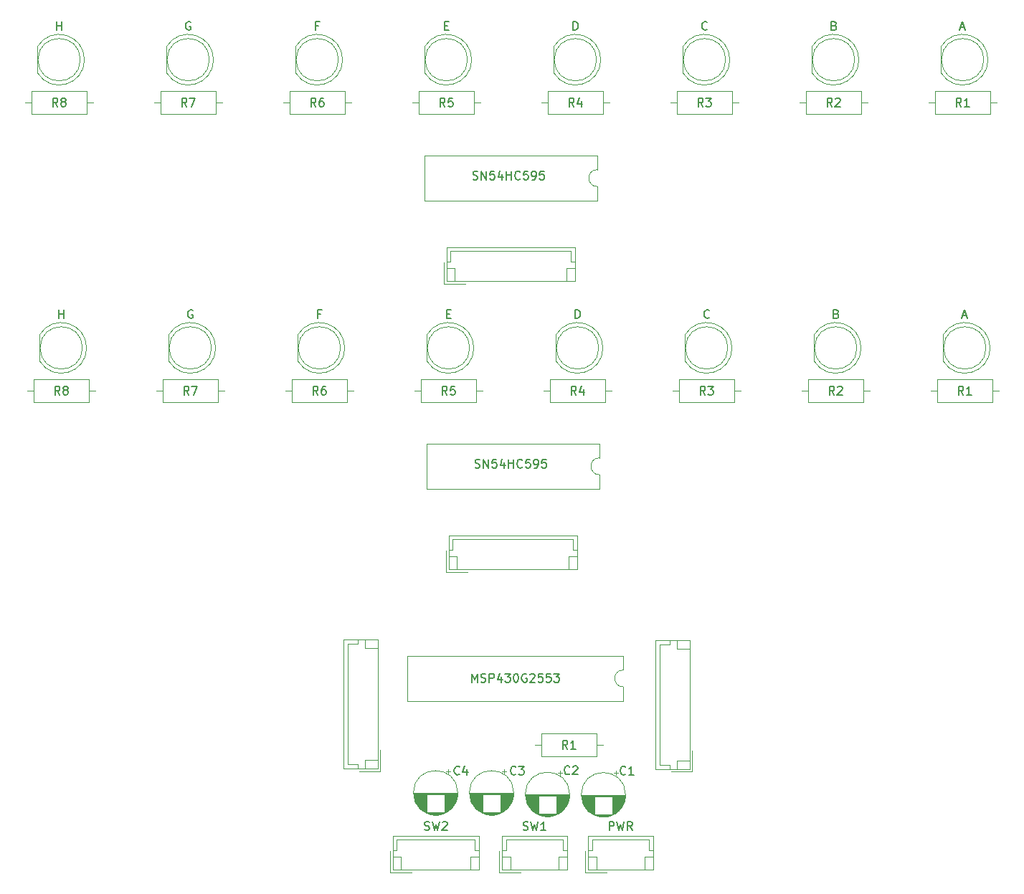
<source format=gbr>
%TF.GenerationSoftware,KiCad,Pcbnew,7.0.9*%
%TF.CreationDate,2025-02-13T17:11:31+01:00*%
%TF.ProjectId,bike lights,62696b65-206c-4696-9768-74732e6b6963,rev?*%
%TF.SameCoordinates,Original*%
%TF.FileFunction,Legend,Top*%
%TF.FilePolarity,Positive*%
%FSLAX46Y46*%
G04 Gerber Fmt 4.6, Leading zero omitted, Abs format (unit mm)*
G04 Created by KiCad (PCBNEW 7.0.9) date 2025-02-13 17:11:31*
%MOMM*%
%LPD*%
G01*
G04 APERTURE LIST*
%ADD10C,0.150000*%
%ADD11C,0.120000*%
G04 APERTURE END LIST*
D10*
X171759523Y-59899580D02*
X171711904Y-59947200D01*
X171711904Y-59947200D02*
X171569047Y-59994819D01*
X171569047Y-59994819D02*
X171473809Y-59994819D01*
X171473809Y-59994819D02*
X171330952Y-59947200D01*
X171330952Y-59947200D02*
X171235714Y-59851961D01*
X171235714Y-59851961D02*
X171188095Y-59756723D01*
X171188095Y-59756723D02*
X171140476Y-59566247D01*
X171140476Y-59566247D02*
X171140476Y-59423390D01*
X171140476Y-59423390D02*
X171188095Y-59232914D01*
X171188095Y-59232914D02*
X171235714Y-59137676D01*
X171235714Y-59137676D02*
X171330952Y-59042438D01*
X171330952Y-59042438D02*
X171473809Y-58994819D01*
X171473809Y-58994819D02*
X171569047Y-58994819D01*
X171569047Y-58994819D02*
X171711904Y-59042438D01*
X171711904Y-59042438D02*
X171759523Y-59090057D01*
X142518325Y-147853581D02*
X142470706Y-147901201D01*
X142470706Y-147901201D02*
X142327849Y-147948820D01*
X142327849Y-147948820D02*
X142232611Y-147948820D01*
X142232611Y-147948820D02*
X142089754Y-147901201D01*
X142089754Y-147901201D02*
X141994516Y-147805962D01*
X141994516Y-147805962D02*
X141946897Y-147710724D01*
X141946897Y-147710724D02*
X141899278Y-147520248D01*
X141899278Y-147520248D02*
X141899278Y-147377391D01*
X141899278Y-147377391D02*
X141946897Y-147186915D01*
X141946897Y-147186915D02*
X141994516Y-147091677D01*
X141994516Y-147091677D02*
X142089754Y-146996439D01*
X142089754Y-146996439D02*
X142232611Y-146948820D01*
X142232611Y-146948820D02*
X142327849Y-146948820D01*
X142327849Y-146948820D02*
X142470706Y-146996439D01*
X142470706Y-146996439D02*
X142518325Y-147044058D01*
X143375468Y-147282153D02*
X143375468Y-147948820D01*
X143137373Y-146901201D02*
X142899278Y-147615486D01*
X142899278Y-147615486D02*
X143518325Y-147615486D01*
X156297333Y-103080819D02*
X155964000Y-102604628D01*
X155725905Y-103080819D02*
X155725905Y-102080819D01*
X155725905Y-102080819D02*
X156106857Y-102080819D01*
X156106857Y-102080819D02*
X156202095Y-102128438D01*
X156202095Y-102128438D02*
X156249714Y-102176057D01*
X156249714Y-102176057D02*
X156297333Y-102271295D01*
X156297333Y-102271295D02*
X156297333Y-102414152D01*
X156297333Y-102414152D02*
X156249714Y-102509390D01*
X156249714Y-102509390D02*
X156202095Y-102557009D01*
X156202095Y-102557009D02*
X156106857Y-102604628D01*
X156106857Y-102604628D02*
X155725905Y-102604628D01*
X157154476Y-102414152D02*
X157154476Y-103080819D01*
X156916381Y-102033200D02*
X156678286Y-102747485D01*
X156678286Y-102747485D02*
X157297333Y-102747485D01*
X125817333Y-103080819D02*
X125484000Y-102604628D01*
X125245905Y-103080819D02*
X125245905Y-102080819D01*
X125245905Y-102080819D02*
X125626857Y-102080819D01*
X125626857Y-102080819D02*
X125722095Y-102128438D01*
X125722095Y-102128438D02*
X125769714Y-102176057D01*
X125769714Y-102176057D02*
X125817333Y-102271295D01*
X125817333Y-102271295D02*
X125817333Y-102414152D01*
X125817333Y-102414152D02*
X125769714Y-102509390D01*
X125769714Y-102509390D02*
X125722095Y-102557009D01*
X125722095Y-102557009D02*
X125626857Y-102604628D01*
X125626857Y-102604628D02*
X125245905Y-102604628D01*
X126674476Y-102080819D02*
X126484000Y-102080819D01*
X126484000Y-102080819D02*
X126388762Y-102128438D01*
X126388762Y-102128438D02*
X126341143Y-102176057D01*
X126341143Y-102176057D02*
X126245905Y-102318914D01*
X126245905Y-102318914D02*
X126198286Y-102509390D01*
X126198286Y-102509390D02*
X126198286Y-102890342D01*
X126198286Y-102890342D02*
X126245905Y-102985580D01*
X126245905Y-102985580D02*
X126293524Y-103033200D01*
X126293524Y-103033200D02*
X126388762Y-103080819D01*
X126388762Y-103080819D02*
X126579238Y-103080819D01*
X126579238Y-103080819D02*
X126674476Y-103033200D01*
X126674476Y-103033200D02*
X126722095Y-102985580D01*
X126722095Y-102985580D02*
X126769714Y-102890342D01*
X126769714Y-102890342D02*
X126769714Y-102652247D01*
X126769714Y-102652247D02*
X126722095Y-102557009D01*
X126722095Y-102557009D02*
X126674476Y-102509390D01*
X126674476Y-102509390D02*
X126579238Y-102461771D01*
X126579238Y-102461771D02*
X126388762Y-102461771D01*
X126388762Y-102461771D02*
X126293524Y-102509390D01*
X126293524Y-102509390D02*
X126245905Y-102557009D01*
X126245905Y-102557009D02*
X126198286Y-102652247D01*
X125872857Y-59471009D02*
X125539524Y-59471009D01*
X125539524Y-59994819D02*
X125539524Y-58994819D01*
X125539524Y-58994819D02*
X126015714Y-58994819D01*
X187015428Y-93507009D02*
X187158285Y-93554628D01*
X187158285Y-93554628D02*
X187205904Y-93602247D01*
X187205904Y-93602247D02*
X187253523Y-93697485D01*
X187253523Y-93697485D02*
X187253523Y-93840342D01*
X187253523Y-93840342D02*
X187205904Y-93935580D01*
X187205904Y-93935580D02*
X187158285Y-93983200D01*
X187158285Y-93983200D02*
X187063047Y-94030819D01*
X187063047Y-94030819D02*
X186682095Y-94030819D01*
X186682095Y-94030819D02*
X186682095Y-93030819D01*
X186682095Y-93030819D02*
X187015428Y-93030819D01*
X187015428Y-93030819D02*
X187110666Y-93078438D01*
X187110666Y-93078438D02*
X187158285Y-93126057D01*
X187158285Y-93126057D02*
X187205904Y-93221295D01*
X187205904Y-93221295D02*
X187205904Y-93316533D01*
X187205904Y-93316533D02*
X187158285Y-93411771D01*
X187158285Y-93411771D02*
X187110666Y-93459390D01*
X187110666Y-93459390D02*
X187015428Y-93507009D01*
X187015428Y-93507009D02*
X186682095Y-93507009D01*
X140803333Y-69044819D02*
X140470000Y-68568628D01*
X140231905Y-69044819D02*
X140231905Y-68044819D01*
X140231905Y-68044819D02*
X140612857Y-68044819D01*
X140612857Y-68044819D02*
X140708095Y-68092438D01*
X140708095Y-68092438D02*
X140755714Y-68140057D01*
X140755714Y-68140057D02*
X140803333Y-68235295D01*
X140803333Y-68235295D02*
X140803333Y-68378152D01*
X140803333Y-68378152D02*
X140755714Y-68473390D01*
X140755714Y-68473390D02*
X140708095Y-68521009D01*
X140708095Y-68521009D02*
X140612857Y-68568628D01*
X140612857Y-68568628D02*
X140231905Y-68568628D01*
X141708095Y-68044819D02*
X141231905Y-68044819D01*
X141231905Y-68044819D02*
X141184286Y-68521009D01*
X141184286Y-68521009D02*
X141231905Y-68473390D01*
X141231905Y-68473390D02*
X141327143Y-68425771D01*
X141327143Y-68425771D02*
X141565238Y-68425771D01*
X141565238Y-68425771D02*
X141660476Y-68473390D01*
X141660476Y-68473390D02*
X141708095Y-68521009D01*
X141708095Y-68521009D02*
X141755714Y-68616247D01*
X141755714Y-68616247D02*
X141755714Y-68854342D01*
X141755714Y-68854342D02*
X141708095Y-68949580D01*
X141708095Y-68949580D02*
X141660476Y-68997200D01*
X141660476Y-68997200D02*
X141565238Y-69044819D01*
X141565238Y-69044819D02*
X141327143Y-69044819D01*
X141327143Y-69044819D02*
X141231905Y-68997200D01*
X141231905Y-68997200D02*
X141184286Y-68949580D01*
X201691905Y-59709104D02*
X202168095Y-59709104D01*
X201596667Y-59994819D02*
X201930000Y-58994819D01*
X201930000Y-58994819D02*
X202263333Y-59994819D01*
X201945905Y-93745104D02*
X202422095Y-93745104D01*
X201850667Y-94030819D02*
X202184000Y-93030819D01*
X202184000Y-93030819D02*
X202517333Y-94030819D01*
X141057333Y-103080819D02*
X140724000Y-102604628D01*
X140485905Y-103080819D02*
X140485905Y-102080819D01*
X140485905Y-102080819D02*
X140866857Y-102080819D01*
X140866857Y-102080819D02*
X140962095Y-102128438D01*
X140962095Y-102128438D02*
X141009714Y-102176057D01*
X141009714Y-102176057D02*
X141057333Y-102271295D01*
X141057333Y-102271295D02*
X141057333Y-102414152D01*
X141057333Y-102414152D02*
X141009714Y-102509390D01*
X141009714Y-102509390D02*
X140962095Y-102557009D01*
X140962095Y-102557009D02*
X140866857Y-102604628D01*
X140866857Y-102604628D02*
X140485905Y-102604628D01*
X141962095Y-102080819D02*
X141485905Y-102080819D01*
X141485905Y-102080819D02*
X141438286Y-102557009D01*
X141438286Y-102557009D02*
X141485905Y-102509390D01*
X141485905Y-102509390D02*
X141581143Y-102461771D01*
X141581143Y-102461771D02*
X141819238Y-102461771D01*
X141819238Y-102461771D02*
X141914476Y-102509390D01*
X141914476Y-102509390D02*
X141962095Y-102557009D01*
X141962095Y-102557009D02*
X142009714Y-102652247D01*
X142009714Y-102652247D02*
X142009714Y-102890342D01*
X142009714Y-102890342D02*
X141962095Y-102985580D01*
X141962095Y-102985580D02*
X141914476Y-103033200D01*
X141914476Y-103033200D02*
X141819238Y-103080819D01*
X141819238Y-103080819D02*
X141581143Y-103080819D01*
X141581143Y-103080819D02*
X141485905Y-103033200D01*
X141485905Y-103033200D02*
X141438286Y-102985580D01*
X149185333Y-147853581D02*
X149137714Y-147901201D01*
X149137714Y-147901201D02*
X148994857Y-147948820D01*
X148994857Y-147948820D02*
X148899619Y-147948820D01*
X148899619Y-147948820D02*
X148756762Y-147901201D01*
X148756762Y-147901201D02*
X148661524Y-147805962D01*
X148661524Y-147805962D02*
X148613905Y-147710724D01*
X148613905Y-147710724D02*
X148566286Y-147520248D01*
X148566286Y-147520248D02*
X148566286Y-147377391D01*
X148566286Y-147377391D02*
X148613905Y-147186915D01*
X148613905Y-147186915D02*
X148661524Y-147091677D01*
X148661524Y-147091677D02*
X148756762Y-146996439D01*
X148756762Y-146996439D02*
X148899619Y-146948820D01*
X148899619Y-146948820D02*
X148994857Y-146948820D01*
X148994857Y-146948820D02*
X149137714Y-146996439D01*
X149137714Y-146996439D02*
X149185333Y-147044058D01*
X149518667Y-146948820D02*
X150137714Y-146948820D01*
X150137714Y-146948820D02*
X149804381Y-147329772D01*
X149804381Y-147329772D02*
X149947238Y-147329772D01*
X149947238Y-147329772D02*
X150042476Y-147377391D01*
X150042476Y-147377391D02*
X150090095Y-147425010D01*
X150090095Y-147425010D02*
X150137714Y-147520248D01*
X150137714Y-147520248D02*
X150137714Y-147758343D01*
X150137714Y-147758343D02*
X150090095Y-147853581D01*
X150090095Y-147853581D02*
X150042476Y-147901201D01*
X150042476Y-147901201D02*
X149947238Y-147948820D01*
X149947238Y-147948820D02*
X149661524Y-147948820D01*
X149661524Y-147948820D02*
X149566286Y-147901201D01*
X149566286Y-147901201D02*
X149518667Y-147853581D01*
X95083333Y-69044819D02*
X94750000Y-68568628D01*
X94511905Y-69044819D02*
X94511905Y-68044819D01*
X94511905Y-68044819D02*
X94892857Y-68044819D01*
X94892857Y-68044819D02*
X94988095Y-68092438D01*
X94988095Y-68092438D02*
X95035714Y-68140057D01*
X95035714Y-68140057D02*
X95083333Y-68235295D01*
X95083333Y-68235295D02*
X95083333Y-68378152D01*
X95083333Y-68378152D02*
X95035714Y-68473390D01*
X95035714Y-68473390D02*
X94988095Y-68521009D01*
X94988095Y-68521009D02*
X94892857Y-68568628D01*
X94892857Y-68568628D02*
X94511905Y-68568628D01*
X95654762Y-68473390D02*
X95559524Y-68425771D01*
X95559524Y-68425771D02*
X95511905Y-68378152D01*
X95511905Y-68378152D02*
X95464286Y-68282914D01*
X95464286Y-68282914D02*
X95464286Y-68235295D01*
X95464286Y-68235295D02*
X95511905Y-68140057D01*
X95511905Y-68140057D02*
X95559524Y-68092438D01*
X95559524Y-68092438D02*
X95654762Y-68044819D01*
X95654762Y-68044819D02*
X95845238Y-68044819D01*
X95845238Y-68044819D02*
X95940476Y-68092438D01*
X95940476Y-68092438D02*
X95988095Y-68140057D01*
X95988095Y-68140057D02*
X96035714Y-68235295D01*
X96035714Y-68235295D02*
X96035714Y-68282914D01*
X96035714Y-68282914D02*
X95988095Y-68378152D01*
X95988095Y-68378152D02*
X95940476Y-68425771D01*
X95940476Y-68425771D02*
X95845238Y-68473390D01*
X95845238Y-68473390D02*
X95654762Y-68473390D01*
X95654762Y-68473390D02*
X95559524Y-68521009D01*
X95559524Y-68521009D02*
X95511905Y-68568628D01*
X95511905Y-68568628D02*
X95464286Y-68663866D01*
X95464286Y-68663866D02*
X95464286Y-68854342D01*
X95464286Y-68854342D02*
X95511905Y-68949580D01*
X95511905Y-68949580D02*
X95559524Y-68997200D01*
X95559524Y-68997200D02*
X95654762Y-69044819D01*
X95654762Y-69044819D02*
X95845238Y-69044819D01*
X95845238Y-69044819D02*
X95940476Y-68997200D01*
X95940476Y-68997200D02*
X95988095Y-68949580D01*
X95988095Y-68949580D02*
X96035714Y-68854342D01*
X96035714Y-68854342D02*
X96035714Y-68663866D01*
X96035714Y-68663866D02*
X95988095Y-68568628D01*
X95988095Y-68568628D02*
X95940476Y-68521009D01*
X95940476Y-68521009D02*
X95845238Y-68473390D01*
X110577333Y-103080819D02*
X110244000Y-102604628D01*
X110005905Y-103080819D02*
X110005905Y-102080819D01*
X110005905Y-102080819D02*
X110386857Y-102080819D01*
X110386857Y-102080819D02*
X110482095Y-102128438D01*
X110482095Y-102128438D02*
X110529714Y-102176057D01*
X110529714Y-102176057D02*
X110577333Y-102271295D01*
X110577333Y-102271295D02*
X110577333Y-102414152D01*
X110577333Y-102414152D02*
X110529714Y-102509390D01*
X110529714Y-102509390D02*
X110482095Y-102557009D01*
X110482095Y-102557009D02*
X110386857Y-102604628D01*
X110386857Y-102604628D02*
X110005905Y-102604628D01*
X110910667Y-102080819D02*
X111577333Y-102080819D01*
X111577333Y-102080819D02*
X111148762Y-103080819D01*
X94964286Y-59994819D02*
X94964286Y-58994819D01*
X94964286Y-59471009D02*
X95535714Y-59471009D01*
X95535714Y-59994819D02*
X95535714Y-58994819D01*
X202017333Y-103080819D02*
X201684000Y-102604628D01*
X201445905Y-103080819D02*
X201445905Y-102080819D01*
X201445905Y-102080819D02*
X201826857Y-102080819D01*
X201826857Y-102080819D02*
X201922095Y-102128438D01*
X201922095Y-102128438D02*
X201969714Y-102176057D01*
X201969714Y-102176057D02*
X202017333Y-102271295D01*
X202017333Y-102271295D02*
X202017333Y-102414152D01*
X202017333Y-102414152D02*
X201969714Y-102509390D01*
X201969714Y-102509390D02*
X201922095Y-102557009D01*
X201922095Y-102557009D02*
X201826857Y-102604628D01*
X201826857Y-102604628D02*
X201445905Y-102604628D01*
X202969714Y-103080819D02*
X202398286Y-103080819D01*
X202684000Y-103080819D02*
X202684000Y-102080819D01*
X202684000Y-102080819D02*
X202588762Y-102223676D01*
X202588762Y-102223676D02*
X202493524Y-102318914D01*
X202493524Y-102318914D02*
X202398286Y-102366533D01*
X126126857Y-93507009D02*
X125793524Y-93507009D01*
X125793524Y-94030819D02*
X125793524Y-93030819D01*
X125793524Y-93030819D02*
X126269714Y-93030819D01*
X186523333Y-69044819D02*
X186190000Y-68568628D01*
X185951905Y-69044819D02*
X185951905Y-68044819D01*
X185951905Y-68044819D02*
X186332857Y-68044819D01*
X186332857Y-68044819D02*
X186428095Y-68092438D01*
X186428095Y-68092438D02*
X186475714Y-68140057D01*
X186475714Y-68140057D02*
X186523333Y-68235295D01*
X186523333Y-68235295D02*
X186523333Y-68378152D01*
X186523333Y-68378152D02*
X186475714Y-68473390D01*
X186475714Y-68473390D02*
X186428095Y-68521009D01*
X186428095Y-68521009D02*
X186332857Y-68568628D01*
X186332857Y-68568628D02*
X185951905Y-68568628D01*
X186904286Y-68140057D02*
X186951905Y-68092438D01*
X186951905Y-68092438D02*
X187047143Y-68044819D01*
X187047143Y-68044819D02*
X187285238Y-68044819D01*
X187285238Y-68044819D02*
X187380476Y-68092438D01*
X187380476Y-68092438D02*
X187428095Y-68140057D01*
X187428095Y-68140057D02*
X187475714Y-68235295D01*
X187475714Y-68235295D02*
X187475714Y-68330533D01*
X187475714Y-68330533D02*
X187428095Y-68473390D01*
X187428095Y-68473390D02*
X186856667Y-69044819D01*
X186856667Y-69044819D02*
X187475714Y-69044819D01*
X110323333Y-69044819D02*
X109990000Y-68568628D01*
X109751905Y-69044819D02*
X109751905Y-68044819D01*
X109751905Y-68044819D02*
X110132857Y-68044819D01*
X110132857Y-68044819D02*
X110228095Y-68092438D01*
X110228095Y-68092438D02*
X110275714Y-68140057D01*
X110275714Y-68140057D02*
X110323333Y-68235295D01*
X110323333Y-68235295D02*
X110323333Y-68378152D01*
X110323333Y-68378152D02*
X110275714Y-68473390D01*
X110275714Y-68473390D02*
X110228095Y-68521009D01*
X110228095Y-68521009D02*
X110132857Y-68568628D01*
X110132857Y-68568628D02*
X109751905Y-68568628D01*
X110656667Y-68044819D02*
X111323333Y-68044819D01*
X111323333Y-68044819D02*
X110894762Y-69044819D01*
X150050667Y-154453200D02*
X150193524Y-154500819D01*
X150193524Y-154500819D02*
X150431619Y-154500819D01*
X150431619Y-154500819D02*
X150526857Y-154453200D01*
X150526857Y-154453200D02*
X150574476Y-154405580D01*
X150574476Y-154405580D02*
X150622095Y-154310342D01*
X150622095Y-154310342D02*
X150622095Y-154215104D01*
X150622095Y-154215104D02*
X150574476Y-154119866D01*
X150574476Y-154119866D02*
X150526857Y-154072247D01*
X150526857Y-154072247D02*
X150431619Y-154024628D01*
X150431619Y-154024628D02*
X150241143Y-153977009D01*
X150241143Y-153977009D02*
X150145905Y-153929390D01*
X150145905Y-153929390D02*
X150098286Y-153881771D01*
X150098286Y-153881771D02*
X150050667Y-153786533D01*
X150050667Y-153786533D02*
X150050667Y-153691295D01*
X150050667Y-153691295D02*
X150098286Y-153596057D01*
X150098286Y-153596057D02*
X150145905Y-153548438D01*
X150145905Y-153548438D02*
X150241143Y-153500819D01*
X150241143Y-153500819D02*
X150479238Y-153500819D01*
X150479238Y-153500819D02*
X150622095Y-153548438D01*
X150955429Y-153500819D02*
X151193524Y-154500819D01*
X151193524Y-154500819D02*
X151384000Y-153786533D01*
X151384000Y-153786533D02*
X151574476Y-154500819D01*
X151574476Y-154500819D02*
X151812572Y-153500819D01*
X152717333Y-154500819D02*
X152145905Y-154500819D01*
X152431619Y-154500819D02*
X152431619Y-153500819D01*
X152431619Y-153500819D02*
X152336381Y-153643676D01*
X152336381Y-153643676D02*
X152241143Y-153738914D01*
X152241143Y-153738914D02*
X152145905Y-153786533D01*
X172013523Y-93935580D02*
X171965904Y-93983200D01*
X171965904Y-93983200D02*
X171823047Y-94030819D01*
X171823047Y-94030819D02*
X171727809Y-94030819D01*
X171727809Y-94030819D02*
X171584952Y-93983200D01*
X171584952Y-93983200D02*
X171489714Y-93887961D01*
X171489714Y-93887961D02*
X171442095Y-93792723D01*
X171442095Y-93792723D02*
X171394476Y-93602247D01*
X171394476Y-93602247D02*
X171394476Y-93459390D01*
X171394476Y-93459390D02*
X171442095Y-93268914D01*
X171442095Y-93268914D02*
X171489714Y-93173676D01*
X171489714Y-93173676D02*
X171584952Y-93078438D01*
X171584952Y-93078438D02*
X171727809Y-93030819D01*
X171727809Y-93030819D02*
X171823047Y-93030819D01*
X171823047Y-93030819D02*
X171965904Y-93078438D01*
X171965904Y-93078438D02*
X172013523Y-93126057D01*
X171537333Y-103080819D02*
X171204000Y-102604628D01*
X170965905Y-103080819D02*
X170965905Y-102080819D01*
X170965905Y-102080819D02*
X171346857Y-102080819D01*
X171346857Y-102080819D02*
X171442095Y-102128438D01*
X171442095Y-102128438D02*
X171489714Y-102176057D01*
X171489714Y-102176057D02*
X171537333Y-102271295D01*
X171537333Y-102271295D02*
X171537333Y-102414152D01*
X171537333Y-102414152D02*
X171489714Y-102509390D01*
X171489714Y-102509390D02*
X171442095Y-102557009D01*
X171442095Y-102557009D02*
X171346857Y-102604628D01*
X171346857Y-102604628D02*
X170965905Y-102604628D01*
X171870667Y-102080819D02*
X172489714Y-102080819D01*
X172489714Y-102080819D02*
X172156381Y-102461771D01*
X172156381Y-102461771D02*
X172299238Y-102461771D01*
X172299238Y-102461771D02*
X172394476Y-102509390D01*
X172394476Y-102509390D02*
X172442095Y-102557009D01*
X172442095Y-102557009D02*
X172489714Y-102652247D01*
X172489714Y-102652247D02*
X172489714Y-102890342D01*
X172489714Y-102890342D02*
X172442095Y-102985580D01*
X172442095Y-102985580D02*
X172394476Y-103033200D01*
X172394476Y-103033200D02*
X172299238Y-103080819D01*
X172299238Y-103080819D02*
X172013524Y-103080819D01*
X172013524Y-103080819D02*
X171918286Y-103033200D01*
X171918286Y-103033200D02*
X171870667Y-102985580D01*
X143960143Y-137016819D02*
X143960143Y-136016819D01*
X143960143Y-136016819D02*
X144293476Y-136731104D01*
X144293476Y-136731104D02*
X144626809Y-136016819D01*
X144626809Y-136016819D02*
X144626809Y-137016819D01*
X145055381Y-136969200D02*
X145198238Y-137016819D01*
X145198238Y-137016819D02*
X145436333Y-137016819D01*
X145436333Y-137016819D02*
X145531571Y-136969200D01*
X145531571Y-136969200D02*
X145579190Y-136921580D01*
X145579190Y-136921580D02*
X145626809Y-136826342D01*
X145626809Y-136826342D02*
X145626809Y-136731104D01*
X145626809Y-136731104D02*
X145579190Y-136635866D01*
X145579190Y-136635866D02*
X145531571Y-136588247D01*
X145531571Y-136588247D02*
X145436333Y-136540628D01*
X145436333Y-136540628D02*
X145245857Y-136493009D01*
X145245857Y-136493009D02*
X145150619Y-136445390D01*
X145150619Y-136445390D02*
X145103000Y-136397771D01*
X145103000Y-136397771D02*
X145055381Y-136302533D01*
X145055381Y-136302533D02*
X145055381Y-136207295D01*
X145055381Y-136207295D02*
X145103000Y-136112057D01*
X145103000Y-136112057D02*
X145150619Y-136064438D01*
X145150619Y-136064438D02*
X145245857Y-136016819D01*
X145245857Y-136016819D02*
X145483952Y-136016819D01*
X145483952Y-136016819D02*
X145626809Y-136064438D01*
X146055381Y-137016819D02*
X146055381Y-136016819D01*
X146055381Y-136016819D02*
X146436333Y-136016819D01*
X146436333Y-136016819D02*
X146531571Y-136064438D01*
X146531571Y-136064438D02*
X146579190Y-136112057D01*
X146579190Y-136112057D02*
X146626809Y-136207295D01*
X146626809Y-136207295D02*
X146626809Y-136350152D01*
X146626809Y-136350152D02*
X146579190Y-136445390D01*
X146579190Y-136445390D02*
X146531571Y-136493009D01*
X146531571Y-136493009D02*
X146436333Y-136540628D01*
X146436333Y-136540628D02*
X146055381Y-136540628D01*
X147483952Y-136350152D02*
X147483952Y-137016819D01*
X147245857Y-135969200D02*
X147007762Y-136683485D01*
X147007762Y-136683485D02*
X147626809Y-136683485D01*
X147912524Y-136016819D02*
X148531571Y-136016819D01*
X148531571Y-136016819D02*
X148198238Y-136397771D01*
X148198238Y-136397771D02*
X148341095Y-136397771D01*
X148341095Y-136397771D02*
X148436333Y-136445390D01*
X148436333Y-136445390D02*
X148483952Y-136493009D01*
X148483952Y-136493009D02*
X148531571Y-136588247D01*
X148531571Y-136588247D02*
X148531571Y-136826342D01*
X148531571Y-136826342D02*
X148483952Y-136921580D01*
X148483952Y-136921580D02*
X148436333Y-136969200D01*
X148436333Y-136969200D02*
X148341095Y-137016819D01*
X148341095Y-137016819D02*
X148055381Y-137016819D01*
X148055381Y-137016819D02*
X147960143Y-136969200D01*
X147960143Y-136969200D02*
X147912524Y-136921580D01*
X149150619Y-136016819D02*
X149245857Y-136016819D01*
X149245857Y-136016819D02*
X149341095Y-136064438D01*
X149341095Y-136064438D02*
X149388714Y-136112057D01*
X149388714Y-136112057D02*
X149436333Y-136207295D01*
X149436333Y-136207295D02*
X149483952Y-136397771D01*
X149483952Y-136397771D02*
X149483952Y-136635866D01*
X149483952Y-136635866D02*
X149436333Y-136826342D01*
X149436333Y-136826342D02*
X149388714Y-136921580D01*
X149388714Y-136921580D02*
X149341095Y-136969200D01*
X149341095Y-136969200D02*
X149245857Y-137016819D01*
X149245857Y-137016819D02*
X149150619Y-137016819D01*
X149150619Y-137016819D02*
X149055381Y-136969200D01*
X149055381Y-136969200D02*
X149007762Y-136921580D01*
X149007762Y-136921580D02*
X148960143Y-136826342D01*
X148960143Y-136826342D02*
X148912524Y-136635866D01*
X148912524Y-136635866D02*
X148912524Y-136397771D01*
X148912524Y-136397771D02*
X148960143Y-136207295D01*
X148960143Y-136207295D02*
X149007762Y-136112057D01*
X149007762Y-136112057D02*
X149055381Y-136064438D01*
X149055381Y-136064438D02*
X149150619Y-136016819D01*
X150436333Y-136064438D02*
X150341095Y-136016819D01*
X150341095Y-136016819D02*
X150198238Y-136016819D01*
X150198238Y-136016819D02*
X150055381Y-136064438D01*
X150055381Y-136064438D02*
X149960143Y-136159676D01*
X149960143Y-136159676D02*
X149912524Y-136254914D01*
X149912524Y-136254914D02*
X149864905Y-136445390D01*
X149864905Y-136445390D02*
X149864905Y-136588247D01*
X149864905Y-136588247D02*
X149912524Y-136778723D01*
X149912524Y-136778723D02*
X149960143Y-136873961D01*
X149960143Y-136873961D02*
X150055381Y-136969200D01*
X150055381Y-136969200D02*
X150198238Y-137016819D01*
X150198238Y-137016819D02*
X150293476Y-137016819D01*
X150293476Y-137016819D02*
X150436333Y-136969200D01*
X150436333Y-136969200D02*
X150483952Y-136921580D01*
X150483952Y-136921580D02*
X150483952Y-136588247D01*
X150483952Y-136588247D02*
X150293476Y-136588247D01*
X150864905Y-136112057D02*
X150912524Y-136064438D01*
X150912524Y-136064438D02*
X151007762Y-136016819D01*
X151007762Y-136016819D02*
X151245857Y-136016819D01*
X151245857Y-136016819D02*
X151341095Y-136064438D01*
X151341095Y-136064438D02*
X151388714Y-136112057D01*
X151388714Y-136112057D02*
X151436333Y-136207295D01*
X151436333Y-136207295D02*
X151436333Y-136302533D01*
X151436333Y-136302533D02*
X151388714Y-136445390D01*
X151388714Y-136445390D02*
X150817286Y-137016819D01*
X150817286Y-137016819D02*
X151436333Y-137016819D01*
X152341095Y-136016819D02*
X151864905Y-136016819D01*
X151864905Y-136016819D02*
X151817286Y-136493009D01*
X151817286Y-136493009D02*
X151864905Y-136445390D01*
X151864905Y-136445390D02*
X151960143Y-136397771D01*
X151960143Y-136397771D02*
X152198238Y-136397771D01*
X152198238Y-136397771D02*
X152293476Y-136445390D01*
X152293476Y-136445390D02*
X152341095Y-136493009D01*
X152341095Y-136493009D02*
X152388714Y-136588247D01*
X152388714Y-136588247D02*
X152388714Y-136826342D01*
X152388714Y-136826342D02*
X152341095Y-136921580D01*
X152341095Y-136921580D02*
X152293476Y-136969200D01*
X152293476Y-136969200D02*
X152198238Y-137016819D01*
X152198238Y-137016819D02*
X151960143Y-137016819D01*
X151960143Y-137016819D02*
X151864905Y-136969200D01*
X151864905Y-136969200D02*
X151817286Y-136921580D01*
X153293476Y-136016819D02*
X152817286Y-136016819D01*
X152817286Y-136016819D02*
X152769667Y-136493009D01*
X152769667Y-136493009D02*
X152817286Y-136445390D01*
X152817286Y-136445390D02*
X152912524Y-136397771D01*
X152912524Y-136397771D02*
X153150619Y-136397771D01*
X153150619Y-136397771D02*
X153245857Y-136445390D01*
X153245857Y-136445390D02*
X153293476Y-136493009D01*
X153293476Y-136493009D02*
X153341095Y-136588247D01*
X153341095Y-136588247D02*
X153341095Y-136826342D01*
X153341095Y-136826342D02*
X153293476Y-136921580D01*
X153293476Y-136921580D02*
X153245857Y-136969200D01*
X153245857Y-136969200D02*
X153150619Y-137016819D01*
X153150619Y-137016819D02*
X152912524Y-137016819D01*
X152912524Y-137016819D02*
X152817286Y-136969200D01*
X152817286Y-136969200D02*
X152769667Y-136921580D01*
X153674429Y-136016819D02*
X154293476Y-136016819D01*
X154293476Y-136016819D02*
X153960143Y-136397771D01*
X153960143Y-136397771D02*
X154103000Y-136397771D01*
X154103000Y-136397771D02*
X154198238Y-136445390D01*
X154198238Y-136445390D02*
X154245857Y-136493009D01*
X154245857Y-136493009D02*
X154293476Y-136588247D01*
X154293476Y-136588247D02*
X154293476Y-136826342D01*
X154293476Y-136826342D02*
X154245857Y-136921580D01*
X154245857Y-136921580D02*
X154198238Y-136969200D01*
X154198238Y-136969200D02*
X154103000Y-137016819D01*
X154103000Y-137016819D02*
X153817286Y-137016819D01*
X153817286Y-137016819D02*
X153722048Y-136969200D01*
X153722048Y-136969200D02*
X153674429Y-136921580D01*
X171283333Y-69044819D02*
X170950000Y-68568628D01*
X170711905Y-69044819D02*
X170711905Y-68044819D01*
X170711905Y-68044819D02*
X171092857Y-68044819D01*
X171092857Y-68044819D02*
X171188095Y-68092438D01*
X171188095Y-68092438D02*
X171235714Y-68140057D01*
X171235714Y-68140057D02*
X171283333Y-68235295D01*
X171283333Y-68235295D02*
X171283333Y-68378152D01*
X171283333Y-68378152D02*
X171235714Y-68473390D01*
X171235714Y-68473390D02*
X171188095Y-68521009D01*
X171188095Y-68521009D02*
X171092857Y-68568628D01*
X171092857Y-68568628D02*
X170711905Y-68568628D01*
X171616667Y-68044819D02*
X172235714Y-68044819D01*
X172235714Y-68044819D02*
X171902381Y-68425771D01*
X171902381Y-68425771D02*
X172045238Y-68425771D01*
X172045238Y-68425771D02*
X172140476Y-68473390D01*
X172140476Y-68473390D02*
X172188095Y-68521009D01*
X172188095Y-68521009D02*
X172235714Y-68616247D01*
X172235714Y-68616247D02*
X172235714Y-68854342D01*
X172235714Y-68854342D02*
X172188095Y-68949580D01*
X172188095Y-68949580D02*
X172140476Y-68997200D01*
X172140476Y-68997200D02*
X172045238Y-69044819D01*
X172045238Y-69044819D02*
X171759524Y-69044819D01*
X171759524Y-69044819D02*
X171664286Y-68997200D01*
X171664286Y-68997200D02*
X171616667Y-68949580D01*
X138406667Y-154453200D02*
X138549524Y-154500819D01*
X138549524Y-154500819D02*
X138787619Y-154500819D01*
X138787619Y-154500819D02*
X138882857Y-154453200D01*
X138882857Y-154453200D02*
X138930476Y-154405580D01*
X138930476Y-154405580D02*
X138978095Y-154310342D01*
X138978095Y-154310342D02*
X138978095Y-154215104D01*
X138978095Y-154215104D02*
X138930476Y-154119866D01*
X138930476Y-154119866D02*
X138882857Y-154072247D01*
X138882857Y-154072247D02*
X138787619Y-154024628D01*
X138787619Y-154024628D02*
X138597143Y-153977009D01*
X138597143Y-153977009D02*
X138501905Y-153929390D01*
X138501905Y-153929390D02*
X138454286Y-153881771D01*
X138454286Y-153881771D02*
X138406667Y-153786533D01*
X138406667Y-153786533D02*
X138406667Y-153691295D01*
X138406667Y-153691295D02*
X138454286Y-153596057D01*
X138454286Y-153596057D02*
X138501905Y-153548438D01*
X138501905Y-153548438D02*
X138597143Y-153500819D01*
X138597143Y-153500819D02*
X138835238Y-153500819D01*
X138835238Y-153500819D02*
X138978095Y-153548438D01*
X139311429Y-153500819D02*
X139549524Y-154500819D01*
X139549524Y-154500819D02*
X139740000Y-153786533D01*
X139740000Y-153786533D02*
X139930476Y-154500819D01*
X139930476Y-154500819D02*
X140168572Y-153500819D01*
X140501905Y-153596057D02*
X140549524Y-153548438D01*
X140549524Y-153548438D02*
X140644762Y-153500819D01*
X140644762Y-153500819D02*
X140882857Y-153500819D01*
X140882857Y-153500819D02*
X140978095Y-153548438D01*
X140978095Y-153548438D02*
X141025714Y-153596057D01*
X141025714Y-153596057D02*
X141073333Y-153691295D01*
X141073333Y-153691295D02*
X141073333Y-153786533D01*
X141073333Y-153786533D02*
X141025714Y-153929390D01*
X141025714Y-153929390D02*
X140454286Y-154500819D01*
X140454286Y-154500819D02*
X141073333Y-154500819D01*
X144375714Y-111659200D02*
X144518571Y-111706819D01*
X144518571Y-111706819D02*
X144756666Y-111706819D01*
X144756666Y-111706819D02*
X144851904Y-111659200D01*
X144851904Y-111659200D02*
X144899523Y-111611580D01*
X144899523Y-111611580D02*
X144947142Y-111516342D01*
X144947142Y-111516342D02*
X144947142Y-111421104D01*
X144947142Y-111421104D02*
X144899523Y-111325866D01*
X144899523Y-111325866D02*
X144851904Y-111278247D01*
X144851904Y-111278247D02*
X144756666Y-111230628D01*
X144756666Y-111230628D02*
X144566190Y-111183009D01*
X144566190Y-111183009D02*
X144470952Y-111135390D01*
X144470952Y-111135390D02*
X144423333Y-111087771D01*
X144423333Y-111087771D02*
X144375714Y-110992533D01*
X144375714Y-110992533D02*
X144375714Y-110897295D01*
X144375714Y-110897295D02*
X144423333Y-110802057D01*
X144423333Y-110802057D02*
X144470952Y-110754438D01*
X144470952Y-110754438D02*
X144566190Y-110706819D01*
X144566190Y-110706819D02*
X144804285Y-110706819D01*
X144804285Y-110706819D02*
X144947142Y-110754438D01*
X145375714Y-111706819D02*
X145375714Y-110706819D01*
X145375714Y-110706819D02*
X145947142Y-111706819D01*
X145947142Y-111706819D02*
X145947142Y-110706819D01*
X146899523Y-110706819D02*
X146423333Y-110706819D01*
X146423333Y-110706819D02*
X146375714Y-111183009D01*
X146375714Y-111183009D02*
X146423333Y-111135390D01*
X146423333Y-111135390D02*
X146518571Y-111087771D01*
X146518571Y-111087771D02*
X146756666Y-111087771D01*
X146756666Y-111087771D02*
X146851904Y-111135390D01*
X146851904Y-111135390D02*
X146899523Y-111183009D01*
X146899523Y-111183009D02*
X146947142Y-111278247D01*
X146947142Y-111278247D02*
X146947142Y-111516342D01*
X146947142Y-111516342D02*
X146899523Y-111611580D01*
X146899523Y-111611580D02*
X146851904Y-111659200D01*
X146851904Y-111659200D02*
X146756666Y-111706819D01*
X146756666Y-111706819D02*
X146518571Y-111706819D01*
X146518571Y-111706819D02*
X146423333Y-111659200D01*
X146423333Y-111659200D02*
X146375714Y-111611580D01*
X147804285Y-111040152D02*
X147804285Y-111706819D01*
X147566190Y-110659200D02*
X147328095Y-111373485D01*
X147328095Y-111373485D02*
X147947142Y-111373485D01*
X148328095Y-111706819D02*
X148328095Y-110706819D01*
X148328095Y-111183009D02*
X148899523Y-111183009D01*
X148899523Y-111706819D02*
X148899523Y-110706819D01*
X149947142Y-111611580D02*
X149899523Y-111659200D01*
X149899523Y-111659200D02*
X149756666Y-111706819D01*
X149756666Y-111706819D02*
X149661428Y-111706819D01*
X149661428Y-111706819D02*
X149518571Y-111659200D01*
X149518571Y-111659200D02*
X149423333Y-111563961D01*
X149423333Y-111563961D02*
X149375714Y-111468723D01*
X149375714Y-111468723D02*
X149328095Y-111278247D01*
X149328095Y-111278247D02*
X149328095Y-111135390D01*
X149328095Y-111135390D02*
X149375714Y-110944914D01*
X149375714Y-110944914D02*
X149423333Y-110849676D01*
X149423333Y-110849676D02*
X149518571Y-110754438D01*
X149518571Y-110754438D02*
X149661428Y-110706819D01*
X149661428Y-110706819D02*
X149756666Y-110706819D01*
X149756666Y-110706819D02*
X149899523Y-110754438D01*
X149899523Y-110754438D02*
X149947142Y-110802057D01*
X150851904Y-110706819D02*
X150375714Y-110706819D01*
X150375714Y-110706819D02*
X150328095Y-111183009D01*
X150328095Y-111183009D02*
X150375714Y-111135390D01*
X150375714Y-111135390D02*
X150470952Y-111087771D01*
X150470952Y-111087771D02*
X150709047Y-111087771D01*
X150709047Y-111087771D02*
X150804285Y-111135390D01*
X150804285Y-111135390D02*
X150851904Y-111183009D01*
X150851904Y-111183009D02*
X150899523Y-111278247D01*
X150899523Y-111278247D02*
X150899523Y-111516342D01*
X150899523Y-111516342D02*
X150851904Y-111611580D01*
X150851904Y-111611580D02*
X150804285Y-111659200D01*
X150804285Y-111659200D02*
X150709047Y-111706819D01*
X150709047Y-111706819D02*
X150470952Y-111706819D01*
X150470952Y-111706819D02*
X150375714Y-111659200D01*
X150375714Y-111659200D02*
X150328095Y-111611580D01*
X151375714Y-111706819D02*
X151566190Y-111706819D01*
X151566190Y-111706819D02*
X151661428Y-111659200D01*
X151661428Y-111659200D02*
X151709047Y-111611580D01*
X151709047Y-111611580D02*
X151804285Y-111468723D01*
X151804285Y-111468723D02*
X151851904Y-111278247D01*
X151851904Y-111278247D02*
X151851904Y-110897295D01*
X151851904Y-110897295D02*
X151804285Y-110802057D01*
X151804285Y-110802057D02*
X151756666Y-110754438D01*
X151756666Y-110754438D02*
X151661428Y-110706819D01*
X151661428Y-110706819D02*
X151470952Y-110706819D01*
X151470952Y-110706819D02*
X151375714Y-110754438D01*
X151375714Y-110754438D02*
X151328095Y-110802057D01*
X151328095Y-110802057D02*
X151280476Y-110897295D01*
X151280476Y-110897295D02*
X151280476Y-111135390D01*
X151280476Y-111135390D02*
X151328095Y-111230628D01*
X151328095Y-111230628D02*
X151375714Y-111278247D01*
X151375714Y-111278247D02*
X151470952Y-111325866D01*
X151470952Y-111325866D02*
X151661428Y-111325866D01*
X151661428Y-111325866D02*
X151756666Y-111278247D01*
X151756666Y-111278247D02*
X151804285Y-111230628D01*
X151804285Y-111230628D02*
X151851904Y-111135390D01*
X152756666Y-110706819D02*
X152280476Y-110706819D01*
X152280476Y-110706819D02*
X152232857Y-111183009D01*
X152232857Y-111183009D02*
X152280476Y-111135390D01*
X152280476Y-111135390D02*
X152375714Y-111087771D01*
X152375714Y-111087771D02*
X152613809Y-111087771D01*
X152613809Y-111087771D02*
X152709047Y-111135390D01*
X152709047Y-111135390D02*
X152756666Y-111183009D01*
X152756666Y-111183009D02*
X152804285Y-111278247D01*
X152804285Y-111278247D02*
X152804285Y-111516342D01*
X152804285Y-111516342D02*
X152756666Y-111611580D01*
X152756666Y-111611580D02*
X152709047Y-111659200D01*
X152709047Y-111659200D02*
X152613809Y-111706819D01*
X152613809Y-111706819D02*
X152375714Y-111706819D01*
X152375714Y-111706819D02*
X152280476Y-111659200D01*
X152280476Y-111659200D02*
X152232857Y-111611580D01*
X111005904Y-93078438D02*
X110910666Y-93030819D01*
X110910666Y-93030819D02*
X110767809Y-93030819D01*
X110767809Y-93030819D02*
X110624952Y-93078438D01*
X110624952Y-93078438D02*
X110529714Y-93173676D01*
X110529714Y-93173676D02*
X110482095Y-93268914D01*
X110482095Y-93268914D02*
X110434476Y-93459390D01*
X110434476Y-93459390D02*
X110434476Y-93602247D01*
X110434476Y-93602247D02*
X110482095Y-93792723D01*
X110482095Y-93792723D02*
X110529714Y-93887961D01*
X110529714Y-93887961D02*
X110624952Y-93983200D01*
X110624952Y-93983200D02*
X110767809Y-94030819D01*
X110767809Y-94030819D02*
X110863047Y-94030819D01*
X110863047Y-94030819D02*
X111005904Y-93983200D01*
X111005904Y-93983200D02*
X111053523Y-93935580D01*
X111053523Y-93935580D02*
X111053523Y-93602247D01*
X111053523Y-93602247D02*
X110863047Y-93602247D01*
X155281333Y-144890819D02*
X154948000Y-144414628D01*
X154709905Y-144890819D02*
X154709905Y-143890819D01*
X154709905Y-143890819D02*
X155090857Y-143890819D01*
X155090857Y-143890819D02*
X155186095Y-143938438D01*
X155186095Y-143938438D02*
X155233714Y-143986057D01*
X155233714Y-143986057D02*
X155281333Y-144081295D01*
X155281333Y-144081295D02*
X155281333Y-144224152D01*
X155281333Y-144224152D02*
X155233714Y-144319390D01*
X155233714Y-144319390D02*
X155186095Y-144367009D01*
X155186095Y-144367009D02*
X155090857Y-144414628D01*
X155090857Y-144414628D02*
X154709905Y-144414628D01*
X156233714Y-144890819D02*
X155662286Y-144890819D01*
X155948000Y-144890819D02*
X155948000Y-143890819D01*
X155948000Y-143890819D02*
X155852762Y-144033676D01*
X155852762Y-144033676D02*
X155757524Y-144128914D01*
X155757524Y-144128914D02*
X155662286Y-144176533D01*
X95337333Y-103080819D02*
X95004000Y-102604628D01*
X94765905Y-103080819D02*
X94765905Y-102080819D01*
X94765905Y-102080819D02*
X95146857Y-102080819D01*
X95146857Y-102080819D02*
X95242095Y-102128438D01*
X95242095Y-102128438D02*
X95289714Y-102176057D01*
X95289714Y-102176057D02*
X95337333Y-102271295D01*
X95337333Y-102271295D02*
X95337333Y-102414152D01*
X95337333Y-102414152D02*
X95289714Y-102509390D01*
X95289714Y-102509390D02*
X95242095Y-102557009D01*
X95242095Y-102557009D02*
X95146857Y-102604628D01*
X95146857Y-102604628D02*
X94765905Y-102604628D01*
X95908762Y-102509390D02*
X95813524Y-102461771D01*
X95813524Y-102461771D02*
X95765905Y-102414152D01*
X95765905Y-102414152D02*
X95718286Y-102318914D01*
X95718286Y-102318914D02*
X95718286Y-102271295D01*
X95718286Y-102271295D02*
X95765905Y-102176057D01*
X95765905Y-102176057D02*
X95813524Y-102128438D01*
X95813524Y-102128438D02*
X95908762Y-102080819D01*
X95908762Y-102080819D02*
X96099238Y-102080819D01*
X96099238Y-102080819D02*
X96194476Y-102128438D01*
X96194476Y-102128438D02*
X96242095Y-102176057D01*
X96242095Y-102176057D02*
X96289714Y-102271295D01*
X96289714Y-102271295D02*
X96289714Y-102318914D01*
X96289714Y-102318914D02*
X96242095Y-102414152D01*
X96242095Y-102414152D02*
X96194476Y-102461771D01*
X96194476Y-102461771D02*
X96099238Y-102509390D01*
X96099238Y-102509390D02*
X95908762Y-102509390D01*
X95908762Y-102509390D02*
X95813524Y-102557009D01*
X95813524Y-102557009D02*
X95765905Y-102604628D01*
X95765905Y-102604628D02*
X95718286Y-102699866D01*
X95718286Y-102699866D02*
X95718286Y-102890342D01*
X95718286Y-102890342D02*
X95765905Y-102985580D01*
X95765905Y-102985580D02*
X95813524Y-103033200D01*
X95813524Y-103033200D02*
X95908762Y-103080819D01*
X95908762Y-103080819D02*
X96099238Y-103080819D01*
X96099238Y-103080819D02*
X96194476Y-103033200D01*
X96194476Y-103033200D02*
X96242095Y-102985580D01*
X96242095Y-102985580D02*
X96289714Y-102890342D01*
X96289714Y-102890342D02*
X96289714Y-102699866D01*
X96289714Y-102699866D02*
X96242095Y-102604628D01*
X96242095Y-102604628D02*
X96194476Y-102557009D01*
X96194476Y-102557009D02*
X96099238Y-102509390D01*
X201763333Y-69044819D02*
X201430000Y-68568628D01*
X201191905Y-69044819D02*
X201191905Y-68044819D01*
X201191905Y-68044819D02*
X201572857Y-68044819D01*
X201572857Y-68044819D02*
X201668095Y-68092438D01*
X201668095Y-68092438D02*
X201715714Y-68140057D01*
X201715714Y-68140057D02*
X201763333Y-68235295D01*
X201763333Y-68235295D02*
X201763333Y-68378152D01*
X201763333Y-68378152D02*
X201715714Y-68473390D01*
X201715714Y-68473390D02*
X201668095Y-68521009D01*
X201668095Y-68521009D02*
X201572857Y-68568628D01*
X201572857Y-68568628D02*
X201191905Y-68568628D01*
X202715714Y-69044819D02*
X202144286Y-69044819D01*
X202430000Y-69044819D02*
X202430000Y-68044819D01*
X202430000Y-68044819D02*
X202334762Y-68187676D01*
X202334762Y-68187676D02*
X202239524Y-68282914D01*
X202239524Y-68282914D02*
X202144286Y-68330533D01*
X125563333Y-69044819D02*
X125230000Y-68568628D01*
X124991905Y-69044819D02*
X124991905Y-68044819D01*
X124991905Y-68044819D02*
X125372857Y-68044819D01*
X125372857Y-68044819D02*
X125468095Y-68092438D01*
X125468095Y-68092438D02*
X125515714Y-68140057D01*
X125515714Y-68140057D02*
X125563333Y-68235295D01*
X125563333Y-68235295D02*
X125563333Y-68378152D01*
X125563333Y-68378152D02*
X125515714Y-68473390D01*
X125515714Y-68473390D02*
X125468095Y-68521009D01*
X125468095Y-68521009D02*
X125372857Y-68568628D01*
X125372857Y-68568628D02*
X124991905Y-68568628D01*
X126420476Y-68044819D02*
X126230000Y-68044819D01*
X126230000Y-68044819D02*
X126134762Y-68092438D01*
X126134762Y-68092438D02*
X126087143Y-68140057D01*
X126087143Y-68140057D02*
X125991905Y-68282914D01*
X125991905Y-68282914D02*
X125944286Y-68473390D01*
X125944286Y-68473390D02*
X125944286Y-68854342D01*
X125944286Y-68854342D02*
X125991905Y-68949580D01*
X125991905Y-68949580D02*
X126039524Y-68997200D01*
X126039524Y-68997200D02*
X126134762Y-69044819D01*
X126134762Y-69044819D02*
X126325238Y-69044819D01*
X126325238Y-69044819D02*
X126420476Y-68997200D01*
X126420476Y-68997200D02*
X126468095Y-68949580D01*
X126468095Y-68949580D02*
X126515714Y-68854342D01*
X126515714Y-68854342D02*
X126515714Y-68616247D01*
X126515714Y-68616247D02*
X126468095Y-68521009D01*
X126468095Y-68521009D02*
X126420476Y-68473390D01*
X126420476Y-68473390D02*
X126325238Y-68425771D01*
X126325238Y-68425771D02*
X126134762Y-68425771D01*
X126134762Y-68425771D02*
X126039524Y-68473390D01*
X126039524Y-68473390D02*
X125991905Y-68521009D01*
X125991905Y-68521009D02*
X125944286Y-68616247D01*
X156202095Y-94030819D02*
X156202095Y-93030819D01*
X156202095Y-93030819D02*
X156440190Y-93030819D01*
X156440190Y-93030819D02*
X156583047Y-93078438D01*
X156583047Y-93078438D02*
X156678285Y-93173676D01*
X156678285Y-93173676D02*
X156725904Y-93268914D01*
X156725904Y-93268914D02*
X156773523Y-93459390D01*
X156773523Y-93459390D02*
X156773523Y-93602247D01*
X156773523Y-93602247D02*
X156725904Y-93792723D01*
X156725904Y-93792723D02*
X156678285Y-93887961D01*
X156678285Y-93887961D02*
X156583047Y-93983200D01*
X156583047Y-93983200D02*
X156440190Y-94030819D01*
X156440190Y-94030819D02*
X156202095Y-94030819D01*
X110751904Y-59042438D02*
X110656666Y-58994819D01*
X110656666Y-58994819D02*
X110513809Y-58994819D01*
X110513809Y-58994819D02*
X110370952Y-59042438D01*
X110370952Y-59042438D02*
X110275714Y-59137676D01*
X110275714Y-59137676D02*
X110228095Y-59232914D01*
X110228095Y-59232914D02*
X110180476Y-59423390D01*
X110180476Y-59423390D02*
X110180476Y-59566247D01*
X110180476Y-59566247D02*
X110228095Y-59756723D01*
X110228095Y-59756723D02*
X110275714Y-59851961D01*
X110275714Y-59851961D02*
X110370952Y-59947200D01*
X110370952Y-59947200D02*
X110513809Y-59994819D01*
X110513809Y-59994819D02*
X110609047Y-59994819D01*
X110609047Y-59994819D02*
X110751904Y-59947200D01*
X110751904Y-59947200D02*
X110799523Y-59899580D01*
X110799523Y-59899580D02*
X110799523Y-59566247D01*
X110799523Y-59566247D02*
X110609047Y-59566247D01*
X186761428Y-59471009D02*
X186904285Y-59518628D01*
X186904285Y-59518628D02*
X186951904Y-59566247D01*
X186951904Y-59566247D02*
X186999523Y-59661485D01*
X186999523Y-59661485D02*
X186999523Y-59804342D01*
X186999523Y-59804342D02*
X186951904Y-59899580D01*
X186951904Y-59899580D02*
X186904285Y-59947200D01*
X186904285Y-59947200D02*
X186809047Y-59994819D01*
X186809047Y-59994819D02*
X186428095Y-59994819D01*
X186428095Y-59994819D02*
X186428095Y-58994819D01*
X186428095Y-58994819D02*
X186761428Y-58994819D01*
X186761428Y-58994819D02*
X186856666Y-59042438D01*
X186856666Y-59042438D02*
X186904285Y-59090057D01*
X186904285Y-59090057D02*
X186951904Y-59185295D01*
X186951904Y-59185295D02*
X186951904Y-59280533D01*
X186951904Y-59280533D02*
X186904285Y-59375771D01*
X186904285Y-59375771D02*
X186856666Y-59423390D01*
X186856666Y-59423390D02*
X186761428Y-59471009D01*
X186761428Y-59471009D02*
X186428095Y-59471009D01*
X95218286Y-94030819D02*
X95218286Y-93030819D01*
X95218286Y-93507009D02*
X95789714Y-93507009D01*
X95789714Y-94030819D02*
X95789714Y-93030819D01*
X155535333Y-147813580D02*
X155487714Y-147861200D01*
X155487714Y-147861200D02*
X155344857Y-147908819D01*
X155344857Y-147908819D02*
X155249619Y-147908819D01*
X155249619Y-147908819D02*
X155106762Y-147861200D01*
X155106762Y-147861200D02*
X155011524Y-147765961D01*
X155011524Y-147765961D02*
X154963905Y-147670723D01*
X154963905Y-147670723D02*
X154916286Y-147480247D01*
X154916286Y-147480247D02*
X154916286Y-147337390D01*
X154916286Y-147337390D02*
X154963905Y-147146914D01*
X154963905Y-147146914D02*
X155011524Y-147051676D01*
X155011524Y-147051676D02*
X155106762Y-146956438D01*
X155106762Y-146956438D02*
X155249619Y-146908819D01*
X155249619Y-146908819D02*
X155344857Y-146908819D01*
X155344857Y-146908819D02*
X155487714Y-146956438D01*
X155487714Y-146956438D02*
X155535333Y-147004057D01*
X155916286Y-147004057D02*
X155963905Y-146956438D01*
X155963905Y-146956438D02*
X156059143Y-146908819D01*
X156059143Y-146908819D02*
X156297238Y-146908819D01*
X156297238Y-146908819D02*
X156392476Y-146956438D01*
X156392476Y-146956438D02*
X156440095Y-147004057D01*
X156440095Y-147004057D02*
X156487714Y-147099295D01*
X156487714Y-147099295D02*
X156487714Y-147194533D01*
X156487714Y-147194533D02*
X156440095Y-147337390D01*
X156440095Y-147337390D02*
X155868667Y-147908819D01*
X155868667Y-147908819D02*
X156487714Y-147908819D01*
X156043333Y-69044819D02*
X155710000Y-68568628D01*
X155471905Y-69044819D02*
X155471905Y-68044819D01*
X155471905Y-68044819D02*
X155852857Y-68044819D01*
X155852857Y-68044819D02*
X155948095Y-68092438D01*
X155948095Y-68092438D02*
X155995714Y-68140057D01*
X155995714Y-68140057D02*
X156043333Y-68235295D01*
X156043333Y-68235295D02*
X156043333Y-68378152D01*
X156043333Y-68378152D02*
X155995714Y-68473390D01*
X155995714Y-68473390D02*
X155948095Y-68521009D01*
X155948095Y-68521009D02*
X155852857Y-68568628D01*
X155852857Y-68568628D02*
X155471905Y-68568628D01*
X156900476Y-68378152D02*
X156900476Y-69044819D01*
X156662381Y-67997200D02*
X156424286Y-68711485D01*
X156424286Y-68711485D02*
X157043333Y-68711485D01*
X140755714Y-59471009D02*
X141089047Y-59471009D01*
X141231904Y-59994819D02*
X140755714Y-59994819D01*
X140755714Y-59994819D02*
X140755714Y-58994819D01*
X140755714Y-58994819D02*
X141231904Y-58994819D01*
X186777333Y-103080819D02*
X186444000Y-102604628D01*
X186205905Y-103080819D02*
X186205905Y-102080819D01*
X186205905Y-102080819D02*
X186586857Y-102080819D01*
X186586857Y-102080819D02*
X186682095Y-102128438D01*
X186682095Y-102128438D02*
X186729714Y-102176057D01*
X186729714Y-102176057D02*
X186777333Y-102271295D01*
X186777333Y-102271295D02*
X186777333Y-102414152D01*
X186777333Y-102414152D02*
X186729714Y-102509390D01*
X186729714Y-102509390D02*
X186682095Y-102557009D01*
X186682095Y-102557009D02*
X186586857Y-102604628D01*
X186586857Y-102604628D02*
X186205905Y-102604628D01*
X187158286Y-102176057D02*
X187205905Y-102128438D01*
X187205905Y-102128438D02*
X187301143Y-102080819D01*
X187301143Y-102080819D02*
X187539238Y-102080819D01*
X187539238Y-102080819D02*
X187634476Y-102128438D01*
X187634476Y-102128438D02*
X187682095Y-102176057D01*
X187682095Y-102176057D02*
X187729714Y-102271295D01*
X187729714Y-102271295D02*
X187729714Y-102366533D01*
X187729714Y-102366533D02*
X187682095Y-102509390D01*
X187682095Y-102509390D02*
X187110667Y-103080819D01*
X187110667Y-103080819D02*
X187729714Y-103080819D01*
X141009714Y-93507009D02*
X141343047Y-93507009D01*
X141485904Y-94030819D02*
X141009714Y-94030819D01*
X141009714Y-94030819D02*
X141009714Y-93030819D01*
X141009714Y-93030819D02*
X141485904Y-93030819D01*
X144121714Y-77623200D02*
X144264571Y-77670819D01*
X144264571Y-77670819D02*
X144502666Y-77670819D01*
X144502666Y-77670819D02*
X144597904Y-77623200D01*
X144597904Y-77623200D02*
X144645523Y-77575580D01*
X144645523Y-77575580D02*
X144693142Y-77480342D01*
X144693142Y-77480342D02*
X144693142Y-77385104D01*
X144693142Y-77385104D02*
X144645523Y-77289866D01*
X144645523Y-77289866D02*
X144597904Y-77242247D01*
X144597904Y-77242247D02*
X144502666Y-77194628D01*
X144502666Y-77194628D02*
X144312190Y-77147009D01*
X144312190Y-77147009D02*
X144216952Y-77099390D01*
X144216952Y-77099390D02*
X144169333Y-77051771D01*
X144169333Y-77051771D02*
X144121714Y-76956533D01*
X144121714Y-76956533D02*
X144121714Y-76861295D01*
X144121714Y-76861295D02*
X144169333Y-76766057D01*
X144169333Y-76766057D02*
X144216952Y-76718438D01*
X144216952Y-76718438D02*
X144312190Y-76670819D01*
X144312190Y-76670819D02*
X144550285Y-76670819D01*
X144550285Y-76670819D02*
X144693142Y-76718438D01*
X145121714Y-77670819D02*
X145121714Y-76670819D01*
X145121714Y-76670819D02*
X145693142Y-77670819D01*
X145693142Y-77670819D02*
X145693142Y-76670819D01*
X146645523Y-76670819D02*
X146169333Y-76670819D01*
X146169333Y-76670819D02*
X146121714Y-77147009D01*
X146121714Y-77147009D02*
X146169333Y-77099390D01*
X146169333Y-77099390D02*
X146264571Y-77051771D01*
X146264571Y-77051771D02*
X146502666Y-77051771D01*
X146502666Y-77051771D02*
X146597904Y-77099390D01*
X146597904Y-77099390D02*
X146645523Y-77147009D01*
X146645523Y-77147009D02*
X146693142Y-77242247D01*
X146693142Y-77242247D02*
X146693142Y-77480342D01*
X146693142Y-77480342D02*
X146645523Y-77575580D01*
X146645523Y-77575580D02*
X146597904Y-77623200D01*
X146597904Y-77623200D02*
X146502666Y-77670819D01*
X146502666Y-77670819D02*
X146264571Y-77670819D01*
X146264571Y-77670819D02*
X146169333Y-77623200D01*
X146169333Y-77623200D02*
X146121714Y-77575580D01*
X147550285Y-77004152D02*
X147550285Y-77670819D01*
X147312190Y-76623200D02*
X147074095Y-77337485D01*
X147074095Y-77337485D02*
X147693142Y-77337485D01*
X148074095Y-77670819D02*
X148074095Y-76670819D01*
X148074095Y-77147009D02*
X148645523Y-77147009D01*
X148645523Y-77670819D02*
X148645523Y-76670819D01*
X149693142Y-77575580D02*
X149645523Y-77623200D01*
X149645523Y-77623200D02*
X149502666Y-77670819D01*
X149502666Y-77670819D02*
X149407428Y-77670819D01*
X149407428Y-77670819D02*
X149264571Y-77623200D01*
X149264571Y-77623200D02*
X149169333Y-77527961D01*
X149169333Y-77527961D02*
X149121714Y-77432723D01*
X149121714Y-77432723D02*
X149074095Y-77242247D01*
X149074095Y-77242247D02*
X149074095Y-77099390D01*
X149074095Y-77099390D02*
X149121714Y-76908914D01*
X149121714Y-76908914D02*
X149169333Y-76813676D01*
X149169333Y-76813676D02*
X149264571Y-76718438D01*
X149264571Y-76718438D02*
X149407428Y-76670819D01*
X149407428Y-76670819D02*
X149502666Y-76670819D01*
X149502666Y-76670819D02*
X149645523Y-76718438D01*
X149645523Y-76718438D02*
X149693142Y-76766057D01*
X150597904Y-76670819D02*
X150121714Y-76670819D01*
X150121714Y-76670819D02*
X150074095Y-77147009D01*
X150074095Y-77147009D02*
X150121714Y-77099390D01*
X150121714Y-77099390D02*
X150216952Y-77051771D01*
X150216952Y-77051771D02*
X150455047Y-77051771D01*
X150455047Y-77051771D02*
X150550285Y-77099390D01*
X150550285Y-77099390D02*
X150597904Y-77147009D01*
X150597904Y-77147009D02*
X150645523Y-77242247D01*
X150645523Y-77242247D02*
X150645523Y-77480342D01*
X150645523Y-77480342D02*
X150597904Y-77575580D01*
X150597904Y-77575580D02*
X150550285Y-77623200D01*
X150550285Y-77623200D02*
X150455047Y-77670819D01*
X150455047Y-77670819D02*
X150216952Y-77670819D01*
X150216952Y-77670819D02*
X150121714Y-77623200D01*
X150121714Y-77623200D02*
X150074095Y-77575580D01*
X151121714Y-77670819D02*
X151312190Y-77670819D01*
X151312190Y-77670819D02*
X151407428Y-77623200D01*
X151407428Y-77623200D02*
X151455047Y-77575580D01*
X151455047Y-77575580D02*
X151550285Y-77432723D01*
X151550285Y-77432723D02*
X151597904Y-77242247D01*
X151597904Y-77242247D02*
X151597904Y-76861295D01*
X151597904Y-76861295D02*
X151550285Y-76766057D01*
X151550285Y-76766057D02*
X151502666Y-76718438D01*
X151502666Y-76718438D02*
X151407428Y-76670819D01*
X151407428Y-76670819D02*
X151216952Y-76670819D01*
X151216952Y-76670819D02*
X151121714Y-76718438D01*
X151121714Y-76718438D02*
X151074095Y-76766057D01*
X151074095Y-76766057D02*
X151026476Y-76861295D01*
X151026476Y-76861295D02*
X151026476Y-77099390D01*
X151026476Y-77099390D02*
X151074095Y-77194628D01*
X151074095Y-77194628D02*
X151121714Y-77242247D01*
X151121714Y-77242247D02*
X151216952Y-77289866D01*
X151216952Y-77289866D02*
X151407428Y-77289866D01*
X151407428Y-77289866D02*
X151502666Y-77242247D01*
X151502666Y-77242247D02*
X151550285Y-77194628D01*
X151550285Y-77194628D02*
X151597904Y-77099390D01*
X152502666Y-76670819D02*
X152026476Y-76670819D01*
X152026476Y-76670819D02*
X151978857Y-77147009D01*
X151978857Y-77147009D02*
X152026476Y-77099390D01*
X152026476Y-77099390D02*
X152121714Y-77051771D01*
X152121714Y-77051771D02*
X152359809Y-77051771D01*
X152359809Y-77051771D02*
X152455047Y-77099390D01*
X152455047Y-77099390D02*
X152502666Y-77147009D01*
X152502666Y-77147009D02*
X152550285Y-77242247D01*
X152550285Y-77242247D02*
X152550285Y-77480342D01*
X152550285Y-77480342D02*
X152502666Y-77575580D01*
X152502666Y-77575580D02*
X152455047Y-77623200D01*
X152455047Y-77623200D02*
X152359809Y-77670819D01*
X152359809Y-77670819D02*
X152121714Y-77670819D01*
X152121714Y-77670819D02*
X152026476Y-77623200D01*
X152026476Y-77623200D02*
X151978857Y-77575580D01*
X160210667Y-154500819D02*
X160210667Y-153500819D01*
X160210667Y-153500819D02*
X160591619Y-153500819D01*
X160591619Y-153500819D02*
X160686857Y-153548438D01*
X160686857Y-153548438D02*
X160734476Y-153596057D01*
X160734476Y-153596057D02*
X160782095Y-153691295D01*
X160782095Y-153691295D02*
X160782095Y-153834152D01*
X160782095Y-153834152D02*
X160734476Y-153929390D01*
X160734476Y-153929390D02*
X160686857Y-153977009D01*
X160686857Y-153977009D02*
X160591619Y-154024628D01*
X160591619Y-154024628D02*
X160210667Y-154024628D01*
X161115429Y-153500819D02*
X161353524Y-154500819D01*
X161353524Y-154500819D02*
X161544000Y-153786533D01*
X161544000Y-153786533D02*
X161734476Y-154500819D01*
X161734476Y-154500819D02*
X161972572Y-153500819D01*
X162924952Y-154500819D02*
X162591619Y-154024628D01*
X162353524Y-154500819D02*
X162353524Y-153500819D01*
X162353524Y-153500819D02*
X162734476Y-153500819D01*
X162734476Y-153500819D02*
X162829714Y-153548438D01*
X162829714Y-153548438D02*
X162877333Y-153596057D01*
X162877333Y-153596057D02*
X162924952Y-153691295D01*
X162924952Y-153691295D02*
X162924952Y-153834152D01*
X162924952Y-153834152D02*
X162877333Y-153929390D01*
X162877333Y-153929390D02*
X162829714Y-153977009D01*
X162829714Y-153977009D02*
X162734476Y-154024628D01*
X162734476Y-154024628D02*
X162353524Y-154024628D01*
X155948095Y-59994819D02*
X155948095Y-58994819D01*
X155948095Y-58994819D02*
X156186190Y-58994819D01*
X156186190Y-58994819D02*
X156329047Y-59042438D01*
X156329047Y-59042438D02*
X156424285Y-59137676D01*
X156424285Y-59137676D02*
X156471904Y-59232914D01*
X156471904Y-59232914D02*
X156519523Y-59423390D01*
X156519523Y-59423390D02*
X156519523Y-59566247D01*
X156519523Y-59566247D02*
X156471904Y-59756723D01*
X156471904Y-59756723D02*
X156424285Y-59851961D01*
X156424285Y-59851961D02*
X156329047Y-59947200D01*
X156329047Y-59947200D02*
X156186190Y-59994819D01*
X156186190Y-59994819D02*
X155948095Y-59994819D01*
X162139333Y-147853580D02*
X162091714Y-147901200D01*
X162091714Y-147901200D02*
X161948857Y-147948819D01*
X161948857Y-147948819D02*
X161853619Y-147948819D01*
X161853619Y-147948819D02*
X161710762Y-147901200D01*
X161710762Y-147901200D02*
X161615524Y-147805961D01*
X161615524Y-147805961D02*
X161567905Y-147710723D01*
X161567905Y-147710723D02*
X161520286Y-147520247D01*
X161520286Y-147520247D02*
X161520286Y-147377390D01*
X161520286Y-147377390D02*
X161567905Y-147186914D01*
X161567905Y-147186914D02*
X161615524Y-147091676D01*
X161615524Y-147091676D02*
X161710762Y-146996438D01*
X161710762Y-146996438D02*
X161853619Y-146948819D01*
X161853619Y-146948819D02*
X161948857Y-146948819D01*
X161948857Y-146948819D02*
X162091714Y-146996438D01*
X162091714Y-146996438D02*
X162139333Y-147044057D01*
X163091714Y-147948819D02*
X162520286Y-147948819D01*
X162806000Y-147948819D02*
X162806000Y-146948819D01*
X162806000Y-146948819D02*
X162710762Y-147091676D01*
X162710762Y-147091676D02*
X162615524Y-147186914D01*
X162615524Y-147186914D02*
X162520286Y-147234533D01*
D11*
%TO.C,C*%
X168890000Y-61955000D02*
X168890000Y-65045000D01*
X174439999Y-63500462D02*
G75*
G03*
X168890001Y-61955170I-2989999J462D01*
G01*
X168890000Y-65044830D02*
G75*
G03*
X174440000Y-63499538I2560000J1544830D01*
G01*
X173950000Y-63500000D02*
G75*
G03*
X173950000Y-63500000I-2500000J0D01*
G01*
%TO.C,C4*%
X141175000Y-147274113D02*
X141175000Y-147774113D01*
X141425000Y-147524113D02*
X140925000Y-147524113D01*
X142280000Y-150078888D02*
X137120000Y-150078888D01*
X142280000Y-150118888D02*
X137120000Y-150118888D01*
X142279000Y-150158888D02*
X137121000Y-150158888D01*
X142278000Y-150198888D02*
X137122000Y-150198888D01*
X142276000Y-150238888D02*
X137124000Y-150238888D01*
X142273000Y-150278888D02*
X137127000Y-150278888D01*
X142269000Y-150318888D02*
X140740000Y-150318888D01*
X138660000Y-150318888D02*
X137131000Y-150318888D01*
X142265000Y-150358888D02*
X140740000Y-150358888D01*
X138660000Y-150358888D02*
X137135000Y-150358888D01*
X142261000Y-150398888D02*
X140740000Y-150398888D01*
X138660000Y-150398888D02*
X137139000Y-150398888D01*
X142256000Y-150438888D02*
X140740000Y-150438888D01*
X138660000Y-150438888D02*
X137144000Y-150438888D01*
X142250000Y-150478888D02*
X140740000Y-150478888D01*
X138660000Y-150478888D02*
X137150000Y-150478888D01*
X142243000Y-150518888D02*
X140740000Y-150518888D01*
X138660000Y-150518888D02*
X137157000Y-150518888D01*
X142236000Y-150558888D02*
X140740000Y-150558888D01*
X138660000Y-150558888D02*
X137164000Y-150558888D01*
X142228000Y-150598888D02*
X140740000Y-150598888D01*
X138660000Y-150598888D02*
X137172000Y-150598888D01*
X142220000Y-150638888D02*
X140740000Y-150638888D01*
X138660000Y-150638888D02*
X137180000Y-150638888D01*
X142211000Y-150678888D02*
X140740000Y-150678888D01*
X138660000Y-150678888D02*
X137189000Y-150678888D01*
X142201000Y-150718888D02*
X140740000Y-150718888D01*
X138660000Y-150718888D02*
X137199000Y-150718888D01*
X142191000Y-150758888D02*
X140740000Y-150758888D01*
X138660000Y-150758888D02*
X137209000Y-150758888D01*
X142180000Y-150799888D02*
X140740000Y-150799888D01*
X138660000Y-150799888D02*
X137220000Y-150799888D01*
X142168000Y-150839888D02*
X140740000Y-150839888D01*
X138660000Y-150839888D02*
X137232000Y-150839888D01*
X142155000Y-150879888D02*
X140740000Y-150879888D01*
X138660000Y-150879888D02*
X137245000Y-150879888D01*
X142142000Y-150919888D02*
X140740000Y-150919888D01*
X138660000Y-150919888D02*
X137258000Y-150919888D01*
X142128000Y-150959888D02*
X140740000Y-150959888D01*
X138660000Y-150959888D02*
X137272000Y-150959888D01*
X142114000Y-150999888D02*
X140740000Y-150999888D01*
X138660000Y-150999888D02*
X137286000Y-150999888D01*
X142098000Y-151039888D02*
X140740000Y-151039888D01*
X138660000Y-151039888D02*
X137302000Y-151039888D01*
X142082000Y-151079888D02*
X140740000Y-151079888D01*
X138660000Y-151079888D02*
X137318000Y-151079888D01*
X142065000Y-151119888D02*
X140740000Y-151119888D01*
X138660000Y-151119888D02*
X137335000Y-151119888D01*
X142048000Y-151159888D02*
X140740000Y-151159888D01*
X138660000Y-151159888D02*
X137352000Y-151159888D01*
X142029000Y-151199888D02*
X140740000Y-151199888D01*
X138660000Y-151199888D02*
X137371000Y-151199888D01*
X142010000Y-151239888D02*
X140740000Y-151239888D01*
X138660000Y-151239888D02*
X137390000Y-151239888D01*
X141990000Y-151279888D02*
X140740000Y-151279888D01*
X138660000Y-151279888D02*
X137410000Y-151279888D01*
X141968000Y-151319888D02*
X140740000Y-151319888D01*
X138660000Y-151319888D02*
X137432000Y-151319888D01*
X141947000Y-151359888D02*
X140740000Y-151359888D01*
X138660000Y-151359888D02*
X137453000Y-151359888D01*
X141924000Y-151399888D02*
X140740000Y-151399888D01*
X138660000Y-151399888D02*
X137476000Y-151399888D01*
X141900000Y-151439888D02*
X140740000Y-151439888D01*
X138660000Y-151439888D02*
X137500000Y-151439888D01*
X141875000Y-151479888D02*
X140740000Y-151479888D01*
X138660000Y-151479888D02*
X137525000Y-151479888D01*
X141849000Y-151519888D02*
X140740000Y-151519888D01*
X138660000Y-151519888D02*
X137551000Y-151519888D01*
X141822000Y-151559888D02*
X140740000Y-151559888D01*
X138660000Y-151559888D02*
X137578000Y-151559888D01*
X141795000Y-151599888D02*
X140740000Y-151599888D01*
X138660000Y-151599888D02*
X137605000Y-151599888D01*
X141765000Y-151639888D02*
X140740000Y-151639888D01*
X138660000Y-151639888D02*
X137635000Y-151639888D01*
X141735000Y-151679888D02*
X140740000Y-151679888D01*
X138660000Y-151679888D02*
X137665000Y-151679888D01*
X141704000Y-151719888D02*
X140740000Y-151719888D01*
X138660000Y-151719888D02*
X137696000Y-151719888D01*
X141671000Y-151759888D02*
X140740000Y-151759888D01*
X138660000Y-151759888D02*
X137729000Y-151759888D01*
X141637000Y-151799888D02*
X140740000Y-151799888D01*
X138660000Y-151799888D02*
X137763000Y-151799888D01*
X141601000Y-151839888D02*
X140740000Y-151839888D01*
X138660000Y-151839888D02*
X137799000Y-151839888D01*
X141564000Y-151879888D02*
X140740000Y-151879888D01*
X138660000Y-151879888D02*
X137836000Y-151879888D01*
X141526000Y-151919888D02*
X140740000Y-151919888D01*
X138660000Y-151919888D02*
X137874000Y-151919888D01*
X141485000Y-151959888D02*
X140740000Y-151959888D01*
X138660000Y-151959888D02*
X137915000Y-151959888D01*
X141443000Y-151999888D02*
X140740000Y-151999888D01*
X138660000Y-151999888D02*
X137957000Y-151999888D01*
X141399000Y-152039888D02*
X140740000Y-152039888D01*
X138660000Y-152039888D02*
X138001000Y-152039888D01*
X141353000Y-152079888D02*
X140740000Y-152079888D01*
X138660000Y-152079888D02*
X138047000Y-152079888D01*
X141305000Y-152119888D02*
X140740000Y-152119888D01*
X138660000Y-152119888D02*
X138095000Y-152119888D01*
X141254000Y-152159888D02*
X140740000Y-152159888D01*
X138660000Y-152159888D02*
X138146000Y-152159888D01*
X141200000Y-152199888D02*
X140740000Y-152199888D01*
X138660000Y-152199888D02*
X138200000Y-152199888D01*
X141143000Y-152239888D02*
X140740000Y-152239888D01*
X138660000Y-152239888D02*
X138257000Y-152239888D01*
X141083000Y-152279888D02*
X140740000Y-152279888D01*
X138660000Y-152279888D02*
X138317000Y-152279888D01*
X141019000Y-152319888D02*
X140740000Y-152319888D01*
X138660000Y-152319888D02*
X138381000Y-152319888D01*
X140951000Y-152359888D02*
X140740000Y-152359888D01*
X138660000Y-152359888D02*
X138449000Y-152359888D01*
X140878000Y-152399888D02*
X138522000Y-152399888D01*
X140798000Y-152439888D02*
X138602000Y-152439888D01*
X140711000Y-152479888D02*
X138689000Y-152479888D01*
X140615000Y-152519888D02*
X138785000Y-152519888D01*
X140505000Y-152559888D02*
X138895000Y-152559888D01*
X140377000Y-152599888D02*
X139023000Y-152599888D01*
X140218000Y-152639888D02*
X139182000Y-152639888D01*
X139984000Y-152679888D02*
X139416000Y-152679888D01*
X142320000Y-150078888D02*
G75*
G03*
X142320000Y-150078888I-2620000J0D01*
G01*
%TO.C,REF\u002A\u002A*%
X167496000Y-147577000D02*
X169996000Y-147577000D01*
X169996000Y-147577000D02*
X169996000Y-145077000D01*
X165676000Y-147277000D02*
X169696000Y-147277000D01*
X167386000Y-147277000D02*
X167386000Y-146777000D01*
X168196000Y-147277000D02*
X168196000Y-146277000D01*
X169696000Y-147277000D02*
X169696000Y-132057000D01*
X166176000Y-146777000D02*
X166176000Y-132557000D01*
X167386000Y-146777000D02*
X166176000Y-146777000D01*
X168196000Y-146277000D02*
X169696000Y-146277000D01*
X168196000Y-133057000D02*
X169696000Y-133057000D01*
X166176000Y-132557000D02*
X167386000Y-132557000D01*
X167386000Y-132557000D02*
X167386000Y-132057000D01*
X165676000Y-132057000D02*
X165676000Y-147277000D01*
X168196000Y-132057000D02*
X168196000Y-133057000D01*
X169696000Y-132057000D02*
X165676000Y-132057000D01*
%TO.C,R4*%
X152424000Y-102616000D02*
X153194000Y-102616000D01*
X153194000Y-101246000D02*
X153194000Y-103986000D01*
X153194000Y-103986000D02*
X159734000Y-103986000D01*
X159734000Y-101246000D02*
X153194000Y-101246000D01*
X159734000Y-103986000D02*
X159734000Y-101246000D01*
X160504000Y-102616000D02*
X159734000Y-102616000D01*
%TO.C,R6*%
X121944000Y-102616000D02*
X122714000Y-102616000D01*
X122714000Y-101246000D02*
X122714000Y-103986000D01*
X122714000Y-103986000D02*
X129254000Y-103986000D01*
X129254000Y-101246000D02*
X122714000Y-101246000D01*
X129254000Y-103986000D02*
X129254000Y-101246000D01*
X130024000Y-102616000D02*
X129254000Y-102616000D01*
%TO.C,F*%
X123170000Y-61955000D02*
X123170000Y-65045000D01*
X128719999Y-63500462D02*
G75*
G03*
X123170001Y-61955170I-2989999J462D01*
G01*
X123170000Y-65044830D02*
G75*
G03*
X128720000Y-63499538I2560000J1544830D01*
G01*
X128230000Y-63500000D02*
G75*
G03*
X128230000Y-63500000I-2500000J0D01*
G01*
%TO.C,B*%
X184384000Y-95991000D02*
X184384000Y-99081000D01*
X189933999Y-97536462D02*
G75*
G03*
X184384001Y-95991170I-2989999J462D01*
G01*
X184384000Y-99080830D02*
G75*
G03*
X189934000Y-97535538I2560000J1544830D01*
G01*
X189444000Y-97536000D02*
G75*
G03*
X189444000Y-97536000I-2500000J0D01*
G01*
%TO.C,R5*%
X136930000Y-68580000D02*
X137700000Y-68580000D01*
X137700000Y-67210000D02*
X137700000Y-69950000D01*
X137700000Y-69950000D02*
X144240000Y-69950000D01*
X144240000Y-67210000D02*
X137700000Y-67210000D01*
X144240000Y-69950000D02*
X144240000Y-67210000D01*
X145010000Y-68580000D02*
X144240000Y-68580000D01*
%TO.C,A*%
X199370000Y-61955000D02*
X199370000Y-65045000D01*
X204919999Y-63500462D02*
G75*
G03*
X199370001Y-61955170I-2989999J462D01*
G01*
X199370000Y-65044830D02*
G75*
G03*
X204920000Y-63499538I2560000J1544830D01*
G01*
X204430000Y-63500000D02*
G75*
G03*
X204430000Y-63500000I-2500000J0D01*
G01*
X199624000Y-95991000D02*
X199624000Y-99081000D01*
X205173999Y-97536462D02*
G75*
G03*
X199624001Y-95991170I-2989999J462D01*
G01*
X199624000Y-99080830D02*
G75*
G03*
X205174000Y-97535538I2560000J1544830D01*
G01*
X204684000Y-97536000D02*
G75*
G03*
X204684000Y-97536000I-2500000J0D01*
G01*
%TO.C,R5*%
X137184000Y-102616000D02*
X137954000Y-102616000D01*
X137954000Y-101246000D02*
X137954000Y-103986000D01*
X137954000Y-103986000D02*
X144494000Y-103986000D01*
X144494000Y-101246000D02*
X137954000Y-101246000D01*
X144494000Y-103986000D02*
X144494000Y-101246000D01*
X145264000Y-102616000D02*
X144494000Y-102616000D01*
%TO.C,C3*%
X147779000Y-147274113D02*
X147779000Y-147774113D01*
X148029000Y-147524113D02*
X147529000Y-147524113D01*
X148884000Y-150078888D02*
X143724000Y-150078888D01*
X148884000Y-150118888D02*
X143724000Y-150118888D01*
X148883000Y-150158888D02*
X143725000Y-150158888D01*
X148882000Y-150198888D02*
X143726000Y-150198888D01*
X148880000Y-150238888D02*
X143728000Y-150238888D01*
X148877000Y-150278888D02*
X143731000Y-150278888D01*
X148873000Y-150318888D02*
X147344000Y-150318888D01*
X145264000Y-150318888D02*
X143735000Y-150318888D01*
X148869000Y-150358888D02*
X147344000Y-150358888D01*
X145264000Y-150358888D02*
X143739000Y-150358888D01*
X148865000Y-150398888D02*
X147344000Y-150398888D01*
X145264000Y-150398888D02*
X143743000Y-150398888D01*
X148860000Y-150438888D02*
X147344000Y-150438888D01*
X145264000Y-150438888D02*
X143748000Y-150438888D01*
X148854000Y-150478888D02*
X147344000Y-150478888D01*
X145264000Y-150478888D02*
X143754000Y-150478888D01*
X148847000Y-150518888D02*
X147344000Y-150518888D01*
X145264000Y-150518888D02*
X143761000Y-150518888D01*
X148840000Y-150558888D02*
X147344000Y-150558888D01*
X145264000Y-150558888D02*
X143768000Y-150558888D01*
X148832000Y-150598888D02*
X147344000Y-150598888D01*
X145264000Y-150598888D02*
X143776000Y-150598888D01*
X148824000Y-150638888D02*
X147344000Y-150638888D01*
X145264000Y-150638888D02*
X143784000Y-150638888D01*
X148815000Y-150678888D02*
X147344000Y-150678888D01*
X145264000Y-150678888D02*
X143793000Y-150678888D01*
X148805000Y-150718888D02*
X147344000Y-150718888D01*
X145264000Y-150718888D02*
X143803000Y-150718888D01*
X148795000Y-150758888D02*
X147344000Y-150758888D01*
X145264000Y-150758888D02*
X143813000Y-150758888D01*
X148784000Y-150799888D02*
X147344000Y-150799888D01*
X145264000Y-150799888D02*
X143824000Y-150799888D01*
X148772000Y-150839888D02*
X147344000Y-150839888D01*
X145264000Y-150839888D02*
X143836000Y-150839888D01*
X148759000Y-150879888D02*
X147344000Y-150879888D01*
X145264000Y-150879888D02*
X143849000Y-150879888D01*
X148746000Y-150919888D02*
X147344000Y-150919888D01*
X145264000Y-150919888D02*
X143862000Y-150919888D01*
X148732000Y-150959888D02*
X147344000Y-150959888D01*
X145264000Y-150959888D02*
X143876000Y-150959888D01*
X148718000Y-150999888D02*
X147344000Y-150999888D01*
X145264000Y-150999888D02*
X143890000Y-150999888D01*
X148702000Y-151039888D02*
X147344000Y-151039888D01*
X145264000Y-151039888D02*
X143906000Y-151039888D01*
X148686000Y-151079888D02*
X147344000Y-151079888D01*
X145264000Y-151079888D02*
X143922000Y-151079888D01*
X148669000Y-151119888D02*
X147344000Y-151119888D01*
X145264000Y-151119888D02*
X143939000Y-151119888D01*
X148652000Y-151159888D02*
X147344000Y-151159888D01*
X145264000Y-151159888D02*
X143956000Y-151159888D01*
X148633000Y-151199888D02*
X147344000Y-151199888D01*
X145264000Y-151199888D02*
X143975000Y-151199888D01*
X148614000Y-151239888D02*
X147344000Y-151239888D01*
X145264000Y-151239888D02*
X143994000Y-151239888D01*
X148594000Y-151279888D02*
X147344000Y-151279888D01*
X145264000Y-151279888D02*
X144014000Y-151279888D01*
X148572000Y-151319888D02*
X147344000Y-151319888D01*
X145264000Y-151319888D02*
X144036000Y-151319888D01*
X148551000Y-151359888D02*
X147344000Y-151359888D01*
X145264000Y-151359888D02*
X144057000Y-151359888D01*
X148528000Y-151399888D02*
X147344000Y-151399888D01*
X145264000Y-151399888D02*
X144080000Y-151399888D01*
X148504000Y-151439888D02*
X147344000Y-151439888D01*
X145264000Y-151439888D02*
X144104000Y-151439888D01*
X148479000Y-151479888D02*
X147344000Y-151479888D01*
X145264000Y-151479888D02*
X144129000Y-151479888D01*
X148453000Y-151519888D02*
X147344000Y-151519888D01*
X145264000Y-151519888D02*
X144155000Y-151519888D01*
X148426000Y-151559888D02*
X147344000Y-151559888D01*
X145264000Y-151559888D02*
X144182000Y-151559888D01*
X148399000Y-151599888D02*
X147344000Y-151599888D01*
X145264000Y-151599888D02*
X144209000Y-151599888D01*
X148369000Y-151639888D02*
X147344000Y-151639888D01*
X145264000Y-151639888D02*
X144239000Y-151639888D01*
X148339000Y-151679888D02*
X147344000Y-151679888D01*
X145264000Y-151679888D02*
X144269000Y-151679888D01*
X148308000Y-151719888D02*
X147344000Y-151719888D01*
X145264000Y-151719888D02*
X144300000Y-151719888D01*
X148275000Y-151759888D02*
X147344000Y-151759888D01*
X145264000Y-151759888D02*
X144333000Y-151759888D01*
X148241000Y-151799888D02*
X147344000Y-151799888D01*
X145264000Y-151799888D02*
X144367000Y-151799888D01*
X148205000Y-151839888D02*
X147344000Y-151839888D01*
X145264000Y-151839888D02*
X144403000Y-151839888D01*
X148168000Y-151879888D02*
X147344000Y-151879888D01*
X145264000Y-151879888D02*
X144440000Y-151879888D01*
X148130000Y-151919888D02*
X147344000Y-151919888D01*
X145264000Y-151919888D02*
X144478000Y-151919888D01*
X148089000Y-151959888D02*
X147344000Y-151959888D01*
X145264000Y-151959888D02*
X144519000Y-151959888D01*
X148047000Y-151999888D02*
X147344000Y-151999888D01*
X145264000Y-151999888D02*
X144561000Y-151999888D01*
X148003000Y-152039888D02*
X147344000Y-152039888D01*
X145264000Y-152039888D02*
X144605000Y-152039888D01*
X147957000Y-152079888D02*
X147344000Y-152079888D01*
X145264000Y-152079888D02*
X144651000Y-152079888D01*
X147909000Y-152119888D02*
X147344000Y-152119888D01*
X145264000Y-152119888D02*
X144699000Y-152119888D01*
X147858000Y-152159888D02*
X147344000Y-152159888D01*
X145264000Y-152159888D02*
X144750000Y-152159888D01*
X147804000Y-152199888D02*
X147344000Y-152199888D01*
X145264000Y-152199888D02*
X144804000Y-152199888D01*
X147747000Y-152239888D02*
X147344000Y-152239888D01*
X145264000Y-152239888D02*
X144861000Y-152239888D01*
X147687000Y-152279888D02*
X147344000Y-152279888D01*
X145264000Y-152279888D02*
X144921000Y-152279888D01*
X147623000Y-152319888D02*
X147344000Y-152319888D01*
X145264000Y-152319888D02*
X144985000Y-152319888D01*
X147555000Y-152359888D02*
X147344000Y-152359888D01*
X145264000Y-152359888D02*
X145053000Y-152359888D01*
X147482000Y-152399888D02*
X145126000Y-152399888D01*
X147402000Y-152439888D02*
X145206000Y-152439888D01*
X147315000Y-152479888D02*
X145293000Y-152479888D01*
X147219000Y-152519888D02*
X145389000Y-152519888D01*
X147109000Y-152559888D02*
X145499000Y-152559888D01*
X146981000Y-152599888D02*
X145627000Y-152599888D01*
X146822000Y-152639888D02*
X145786000Y-152639888D01*
X146588000Y-152679888D02*
X146020000Y-152679888D01*
X148924000Y-150078888D02*
G75*
G03*
X148924000Y-150078888I-2620000J0D01*
G01*
%TO.C,R8*%
X91210000Y-68580000D02*
X91980000Y-68580000D01*
X91980000Y-67210000D02*
X91980000Y-69950000D01*
X91980000Y-69950000D02*
X98520000Y-69950000D01*
X98520000Y-67210000D02*
X91980000Y-67210000D01*
X98520000Y-69950000D02*
X98520000Y-67210000D01*
X99290000Y-68580000D02*
X98520000Y-68580000D01*
%TO.C,R7*%
X106704000Y-102616000D02*
X107474000Y-102616000D01*
X107474000Y-101246000D02*
X107474000Y-103986000D01*
X107474000Y-103986000D02*
X114014000Y-103986000D01*
X114014000Y-101246000D02*
X107474000Y-101246000D01*
X114014000Y-103986000D02*
X114014000Y-101246000D01*
X114784000Y-102616000D02*
X114014000Y-102616000D01*
%TO.C,H*%
X92690000Y-61955000D02*
X92690000Y-65045000D01*
X98239999Y-63500462D02*
G75*
G03*
X92690001Y-61955170I-2989999J462D01*
G01*
X92690000Y-65044830D02*
G75*
G03*
X98240000Y-63499538I2560000J1544830D01*
G01*
X97750000Y-63500000D02*
G75*
G03*
X97750000Y-63500000I-2500000J0D01*
G01*
%TO.C,R1*%
X198144000Y-102616000D02*
X198914000Y-102616000D01*
X198914000Y-101246000D02*
X198914000Y-103986000D01*
X198914000Y-103986000D02*
X205454000Y-103986000D01*
X205454000Y-101246000D02*
X198914000Y-101246000D01*
X205454000Y-103986000D02*
X205454000Y-101246000D01*
X206224000Y-102616000D02*
X205454000Y-102616000D01*
%TO.C,F*%
X123424000Y-95991000D02*
X123424000Y-99081000D01*
X128973999Y-97536462D02*
G75*
G03*
X123424001Y-95991170I-2989999J462D01*
G01*
X123424000Y-99080830D02*
G75*
G03*
X128974000Y-97535538I2560000J1544830D01*
G01*
X128484000Y-97536000D02*
G75*
G03*
X128484000Y-97536000I-2500000J0D01*
G01*
%TO.C,R2*%
X182650000Y-68580000D02*
X183420000Y-68580000D01*
X183420000Y-67210000D02*
X183420000Y-69950000D01*
X183420000Y-69950000D02*
X189960000Y-69950000D01*
X189960000Y-67210000D02*
X183420000Y-67210000D01*
X189960000Y-69950000D02*
X189960000Y-67210000D01*
X190730000Y-68580000D02*
X189960000Y-68580000D01*
%TO.C,R7*%
X106450000Y-68580000D02*
X107220000Y-68580000D01*
X107220000Y-67210000D02*
X107220000Y-69950000D01*
X107220000Y-69950000D02*
X113760000Y-69950000D01*
X113760000Y-67210000D02*
X107220000Y-67210000D01*
X113760000Y-69950000D02*
X113760000Y-67210000D01*
X114530000Y-68580000D02*
X113760000Y-68580000D01*
%TO.C,SW1*%
X147224000Y-156956000D02*
X147224000Y-159456000D01*
X147224000Y-159456000D02*
X149724000Y-159456000D01*
X147524000Y-155136000D02*
X147524000Y-159156000D01*
X147524000Y-156846000D02*
X148024000Y-156846000D01*
X147524000Y-157656000D02*
X148524000Y-157656000D01*
X147524000Y-159156000D02*
X155244000Y-159156000D01*
X148024000Y-155636000D02*
X154744000Y-155636000D01*
X148024000Y-156846000D02*
X148024000Y-155636000D01*
X148524000Y-157656000D02*
X148524000Y-159156000D01*
X154244000Y-157656000D02*
X154244000Y-159156000D01*
X154744000Y-155636000D02*
X154744000Y-156846000D01*
X154744000Y-156846000D02*
X155244000Y-156846000D01*
X155244000Y-155136000D02*
X147524000Y-155136000D01*
X155244000Y-157656000D02*
X154244000Y-157656000D01*
X155244000Y-159156000D02*
X155244000Y-155136000D01*
%TO.C,C*%
X169144000Y-95991000D02*
X169144000Y-99081000D01*
X174693999Y-97536462D02*
G75*
G03*
X169144001Y-95991170I-2989999J462D01*
G01*
X169144000Y-99080830D02*
G75*
G03*
X174694000Y-97535538I2560000J1544830D01*
G01*
X174204000Y-97536000D02*
G75*
G03*
X174204000Y-97536000I-2500000J0D01*
G01*
%TO.C,R3*%
X167664000Y-102616000D02*
X168434000Y-102616000D01*
X168434000Y-101246000D02*
X168434000Y-103986000D01*
X168434000Y-103986000D02*
X174974000Y-103986000D01*
X174974000Y-101246000D02*
X168434000Y-101246000D01*
X174974000Y-103986000D02*
X174974000Y-101246000D01*
X175744000Y-102616000D02*
X174974000Y-102616000D01*
%TO.C,MSP430G2553*%
X161858000Y-133922000D02*
X136338000Y-133922000D01*
X136338000Y-133922000D02*
X136338000Y-139222000D01*
X161858000Y-135572000D02*
X161858000Y-133922000D01*
X161858000Y-139222000D02*
X161858000Y-137572000D01*
X136338000Y-139222000D02*
X161858000Y-139222000D01*
X161858000Y-135572000D02*
G75*
G03*
X161858000Y-137572000I0J-1000000D01*
G01*
%TO.C,R3*%
X167410000Y-68580000D02*
X168180000Y-68580000D01*
X168180000Y-67210000D02*
X168180000Y-69950000D01*
X168180000Y-69950000D02*
X174720000Y-69950000D01*
X174720000Y-67210000D02*
X168180000Y-67210000D01*
X174720000Y-69950000D02*
X174720000Y-67210000D01*
X175490000Y-68580000D02*
X174720000Y-68580000D01*
%TO.C,SW2*%
X134330000Y-156956000D02*
X134330000Y-159456000D01*
X134330000Y-159456000D02*
X136830000Y-159456000D01*
X134630000Y-155136000D02*
X134630000Y-159156000D01*
X134630000Y-156846000D02*
X135130000Y-156846000D01*
X134630000Y-157656000D02*
X135630000Y-157656000D01*
X134630000Y-159156000D02*
X144850000Y-159156000D01*
X135130000Y-155636000D02*
X144350000Y-155636000D01*
X135130000Y-156846000D02*
X135130000Y-155636000D01*
X135630000Y-157656000D02*
X135630000Y-159156000D01*
X143850000Y-157656000D02*
X143850000Y-159156000D01*
X144350000Y-155636000D02*
X144350000Y-156846000D01*
X144350000Y-156846000D02*
X144850000Y-156846000D01*
X144850000Y-155136000D02*
X134630000Y-155136000D01*
X144850000Y-157656000D02*
X143850000Y-157656000D01*
X144850000Y-159156000D02*
X144850000Y-155136000D01*
%TO.C,SN54HC595*%
X159049000Y-108866000D02*
X138609000Y-108866000D01*
X138609000Y-108866000D02*
X138609000Y-114166000D01*
X159049000Y-110516000D02*
X159049000Y-108866000D01*
X159049000Y-114166000D02*
X159049000Y-112516000D01*
X138609000Y-114166000D02*
X159049000Y-114166000D01*
X159049000Y-110516000D02*
G75*
G03*
X159049000Y-112516000I0J-1000000D01*
G01*
%TO.C,G*%
X108184000Y-95991000D02*
X108184000Y-99081000D01*
X113733999Y-97536462D02*
G75*
G03*
X108184001Y-95991170I-2989999J462D01*
G01*
X108184000Y-99080830D02*
G75*
G03*
X113734000Y-97535538I2560000J1544830D01*
G01*
X113244000Y-97536000D02*
G75*
G03*
X113244000Y-97536000I-2500000J0D01*
G01*
%TO.C,R1*%
X159488000Y-144446000D02*
X158718000Y-144446000D01*
X158718000Y-145816000D02*
X158718000Y-143076000D01*
X158718000Y-143076000D02*
X152178000Y-143076000D01*
X152178000Y-145816000D02*
X158718000Y-145816000D01*
X152178000Y-143076000D02*
X152178000Y-145816000D01*
X151408000Y-144446000D02*
X152178000Y-144446000D01*
%TO.C,REF\u002A\u002A*%
X130666000Y-147530000D02*
X133166000Y-147530000D01*
X133166000Y-147530000D02*
X133166000Y-145030000D01*
X128846000Y-147230000D02*
X132866000Y-147230000D01*
X130556000Y-147230000D02*
X130556000Y-146730000D01*
X131366000Y-147230000D02*
X131366000Y-146230000D01*
X132866000Y-147230000D02*
X132866000Y-132010000D01*
X129346000Y-146730000D02*
X129346000Y-132510000D01*
X130556000Y-146730000D02*
X129346000Y-146730000D01*
X131366000Y-146230000D02*
X132866000Y-146230000D01*
X131366000Y-133010000D02*
X132866000Y-133010000D01*
X129346000Y-132510000D02*
X130556000Y-132510000D01*
X130556000Y-132510000D02*
X130556000Y-132010000D01*
X128846000Y-132010000D02*
X128846000Y-147230000D01*
X131366000Y-132010000D02*
X131366000Y-133010000D01*
X132866000Y-132010000D02*
X128846000Y-132010000D01*
X140934000Y-121476000D02*
X140934000Y-123976000D01*
X140934000Y-123976000D02*
X143434000Y-123976000D01*
X141234000Y-119656000D02*
X141234000Y-123676000D01*
X141234000Y-121366000D02*
X141734000Y-121366000D01*
X141234000Y-122176000D02*
X142234000Y-122176000D01*
X141234000Y-123676000D02*
X156454000Y-123676000D01*
X141734000Y-120156000D02*
X155954000Y-120156000D01*
X141734000Y-121366000D02*
X141734000Y-120156000D01*
X142234000Y-122176000D02*
X142234000Y-123676000D01*
X155454000Y-122176000D02*
X155454000Y-123676000D01*
X155954000Y-120156000D02*
X155954000Y-121366000D01*
X155954000Y-121366000D02*
X156454000Y-121366000D01*
X156454000Y-119656000D02*
X141234000Y-119656000D01*
X156454000Y-122176000D02*
X155454000Y-122176000D01*
X156454000Y-123676000D02*
X156454000Y-119656000D01*
%TO.C,R8*%
X91464000Y-102616000D02*
X92234000Y-102616000D01*
X92234000Y-101246000D02*
X92234000Y-103986000D01*
X92234000Y-103986000D02*
X98774000Y-103986000D01*
X98774000Y-101246000D02*
X92234000Y-101246000D01*
X98774000Y-103986000D02*
X98774000Y-101246000D01*
X99544000Y-102616000D02*
X98774000Y-102616000D01*
%TO.C,R1*%
X197890000Y-68580000D02*
X198660000Y-68580000D01*
X198660000Y-67210000D02*
X198660000Y-69950000D01*
X198660000Y-69950000D02*
X205200000Y-69950000D01*
X205200000Y-67210000D02*
X198660000Y-67210000D01*
X205200000Y-69950000D02*
X205200000Y-67210000D01*
X205970000Y-68580000D02*
X205200000Y-68580000D01*
%TO.C,R6*%
X121690000Y-68580000D02*
X122460000Y-68580000D01*
X122460000Y-67210000D02*
X122460000Y-69950000D01*
X122460000Y-69950000D02*
X129000000Y-69950000D01*
X129000000Y-67210000D02*
X122460000Y-67210000D01*
X129000000Y-69950000D02*
X129000000Y-67210000D01*
X129770000Y-68580000D02*
X129000000Y-68580000D01*
%TO.C,D*%
X153904000Y-95991000D02*
X153904000Y-99081000D01*
X159453999Y-97536462D02*
G75*
G03*
X153904001Y-95991170I-2989999J462D01*
G01*
X153904000Y-99080830D02*
G75*
G03*
X159454000Y-97535538I2560000J1544830D01*
G01*
X158964000Y-97536000D02*
G75*
G03*
X158964000Y-97536000I-2500000J0D01*
G01*
%TO.C,G*%
X107930000Y-61955000D02*
X107930000Y-65045000D01*
X113479999Y-63500462D02*
G75*
G03*
X107930001Y-61955170I-2989999J462D01*
G01*
X107930000Y-65044830D02*
G75*
G03*
X113480000Y-63499538I2560000J1544830D01*
G01*
X112990000Y-63500000D02*
G75*
G03*
X112990000Y-63500000I-2500000J0D01*
G01*
%TO.C,B*%
X184130000Y-61955000D02*
X184130000Y-65045000D01*
X189679999Y-63500462D02*
G75*
G03*
X184130001Y-61955170I-2989999J462D01*
G01*
X184130000Y-65044830D02*
G75*
G03*
X189680000Y-63499538I2560000J1544830D01*
G01*
X189190000Y-63500000D02*
G75*
G03*
X189190000Y-63500000I-2500000J0D01*
G01*
%TO.C,H*%
X92944000Y-95991000D02*
X92944000Y-99081000D01*
X98493999Y-97536462D02*
G75*
G03*
X92944001Y-95991170I-2989999J462D01*
G01*
X92944000Y-99080830D02*
G75*
G03*
X98494000Y-97535538I2560000J1544830D01*
G01*
X98004000Y-97536000D02*
G75*
G03*
X98004000Y-97536000I-2500000J0D01*
G01*
%TO.C,C2*%
X154383000Y-147463225D02*
X154383000Y-147963225D01*
X154633000Y-147713225D02*
X154133000Y-147713225D01*
X155488000Y-150268000D02*
X150328000Y-150268000D01*
X155488000Y-150308000D02*
X150328000Y-150308000D01*
X155487000Y-150348000D02*
X150329000Y-150348000D01*
X155486000Y-150388000D02*
X150330000Y-150388000D01*
X155484000Y-150428000D02*
X150332000Y-150428000D01*
X155481000Y-150468000D02*
X150335000Y-150468000D01*
X155477000Y-150508000D02*
X153948000Y-150508000D01*
X151868000Y-150508000D02*
X150339000Y-150508000D01*
X155473000Y-150548000D02*
X153948000Y-150548000D01*
X151868000Y-150548000D02*
X150343000Y-150548000D01*
X155469000Y-150588000D02*
X153948000Y-150588000D01*
X151868000Y-150588000D02*
X150347000Y-150588000D01*
X155464000Y-150628000D02*
X153948000Y-150628000D01*
X151868000Y-150628000D02*
X150352000Y-150628000D01*
X155458000Y-150668000D02*
X153948000Y-150668000D01*
X151868000Y-150668000D02*
X150358000Y-150668000D01*
X155451000Y-150708000D02*
X153948000Y-150708000D01*
X151868000Y-150708000D02*
X150365000Y-150708000D01*
X155444000Y-150748000D02*
X153948000Y-150748000D01*
X151868000Y-150748000D02*
X150372000Y-150748000D01*
X155436000Y-150788000D02*
X153948000Y-150788000D01*
X151868000Y-150788000D02*
X150380000Y-150788000D01*
X155428000Y-150828000D02*
X153948000Y-150828000D01*
X151868000Y-150828000D02*
X150388000Y-150828000D01*
X155419000Y-150868000D02*
X153948000Y-150868000D01*
X151868000Y-150868000D02*
X150397000Y-150868000D01*
X155409000Y-150908000D02*
X153948000Y-150908000D01*
X151868000Y-150908000D02*
X150407000Y-150908000D01*
X155399000Y-150948000D02*
X153948000Y-150948000D01*
X151868000Y-150948000D02*
X150417000Y-150948000D01*
X155388000Y-150989000D02*
X153948000Y-150989000D01*
X151868000Y-150989000D02*
X150428000Y-150989000D01*
X155376000Y-151029000D02*
X153948000Y-151029000D01*
X151868000Y-151029000D02*
X150440000Y-151029000D01*
X155363000Y-151069000D02*
X153948000Y-151069000D01*
X151868000Y-151069000D02*
X150453000Y-151069000D01*
X155350000Y-151109000D02*
X153948000Y-151109000D01*
X151868000Y-151109000D02*
X150466000Y-151109000D01*
X155336000Y-151149000D02*
X153948000Y-151149000D01*
X151868000Y-151149000D02*
X150480000Y-151149000D01*
X155322000Y-151189000D02*
X153948000Y-151189000D01*
X151868000Y-151189000D02*
X150494000Y-151189000D01*
X155306000Y-151229000D02*
X153948000Y-151229000D01*
X151868000Y-151229000D02*
X150510000Y-151229000D01*
X155290000Y-151269000D02*
X153948000Y-151269000D01*
X151868000Y-151269000D02*
X150526000Y-151269000D01*
X155273000Y-151309000D02*
X153948000Y-151309000D01*
X151868000Y-151309000D02*
X150543000Y-151309000D01*
X155256000Y-151349000D02*
X153948000Y-151349000D01*
X151868000Y-151349000D02*
X150560000Y-151349000D01*
X155237000Y-151389000D02*
X153948000Y-151389000D01*
X151868000Y-151389000D02*
X150579000Y-151389000D01*
X155218000Y-151429000D02*
X153948000Y-151429000D01*
X151868000Y-151429000D02*
X150598000Y-151429000D01*
X155198000Y-151469000D02*
X153948000Y-151469000D01*
X151868000Y-151469000D02*
X150618000Y-151469000D01*
X155176000Y-151509000D02*
X153948000Y-151509000D01*
X151868000Y-151509000D02*
X150640000Y-151509000D01*
X155155000Y-151549000D02*
X153948000Y-151549000D01*
X151868000Y-151549000D02*
X150661000Y-151549000D01*
X155132000Y-151589000D02*
X153948000Y-151589000D01*
X151868000Y-151589000D02*
X150684000Y-151589000D01*
X155108000Y-151629000D02*
X153948000Y-151629000D01*
X151868000Y-151629000D02*
X150708000Y-151629000D01*
X155083000Y-151669000D02*
X153948000Y-151669000D01*
X151868000Y-151669000D02*
X150733000Y-151669000D01*
X155057000Y-151709000D02*
X153948000Y-151709000D01*
X151868000Y-151709000D02*
X150759000Y-151709000D01*
X155030000Y-151749000D02*
X153948000Y-151749000D01*
X151868000Y-151749000D02*
X150786000Y-151749000D01*
X155003000Y-151789000D02*
X153948000Y-151789000D01*
X151868000Y-151789000D02*
X150813000Y-151789000D01*
X154973000Y-151829000D02*
X153948000Y-151829000D01*
X151868000Y-151829000D02*
X150843000Y-151829000D01*
X154943000Y-151869000D02*
X153948000Y-151869000D01*
X151868000Y-151869000D02*
X150873000Y-151869000D01*
X154912000Y-151909000D02*
X153948000Y-151909000D01*
X151868000Y-151909000D02*
X150904000Y-151909000D01*
X154879000Y-151949000D02*
X153948000Y-151949000D01*
X151868000Y-151949000D02*
X150937000Y-151949000D01*
X154845000Y-151989000D02*
X153948000Y-151989000D01*
X151868000Y-151989000D02*
X150971000Y-151989000D01*
X154809000Y-152029000D02*
X153948000Y-152029000D01*
X151868000Y-152029000D02*
X151007000Y-152029000D01*
X154772000Y-152069000D02*
X153948000Y-152069000D01*
X151868000Y-152069000D02*
X151044000Y-152069000D01*
X154734000Y-152109000D02*
X153948000Y-152109000D01*
X151868000Y-152109000D02*
X151082000Y-152109000D01*
X154693000Y-152149000D02*
X153948000Y-152149000D01*
X151868000Y-152149000D02*
X151123000Y-152149000D01*
X154651000Y-152189000D02*
X153948000Y-152189000D01*
X151868000Y-152189000D02*
X151165000Y-152189000D01*
X154607000Y-152229000D02*
X153948000Y-152229000D01*
X151868000Y-152229000D02*
X151209000Y-152229000D01*
X154561000Y-152269000D02*
X153948000Y-152269000D01*
X151868000Y-152269000D02*
X151255000Y-152269000D01*
X154513000Y-152309000D02*
X153948000Y-152309000D01*
X151868000Y-152309000D02*
X151303000Y-152309000D01*
X154462000Y-152349000D02*
X153948000Y-152349000D01*
X151868000Y-152349000D02*
X151354000Y-152349000D01*
X154408000Y-152389000D02*
X153948000Y-152389000D01*
X151868000Y-152389000D02*
X151408000Y-152389000D01*
X154351000Y-152429000D02*
X153948000Y-152429000D01*
X151868000Y-152429000D02*
X151465000Y-152429000D01*
X154291000Y-152469000D02*
X153948000Y-152469000D01*
X151868000Y-152469000D02*
X151525000Y-152469000D01*
X154227000Y-152509000D02*
X153948000Y-152509000D01*
X151868000Y-152509000D02*
X151589000Y-152509000D01*
X154159000Y-152549000D02*
X153948000Y-152549000D01*
X151868000Y-152549000D02*
X151657000Y-152549000D01*
X154086000Y-152589000D02*
X151730000Y-152589000D01*
X154006000Y-152629000D02*
X151810000Y-152629000D01*
X153919000Y-152669000D02*
X151897000Y-152669000D01*
X153823000Y-152709000D02*
X151993000Y-152709000D01*
X153713000Y-152749000D02*
X152103000Y-152749000D01*
X153585000Y-152789000D02*
X152231000Y-152789000D01*
X153426000Y-152829000D02*
X152390000Y-152829000D01*
X153192000Y-152869000D02*
X152624000Y-152869000D01*
X155528000Y-150268000D02*
G75*
G03*
X155528000Y-150268000I-2620000J0D01*
G01*
%TO.C,R4*%
X152170000Y-68580000D02*
X152940000Y-68580000D01*
X152940000Y-67210000D02*
X152940000Y-69950000D01*
X152940000Y-69950000D02*
X159480000Y-69950000D01*
X159480000Y-67210000D02*
X152940000Y-67210000D01*
X159480000Y-69950000D02*
X159480000Y-67210000D01*
X160250000Y-68580000D02*
X159480000Y-68580000D01*
%TO.C,E*%
X138410000Y-61955000D02*
X138410000Y-65045000D01*
X143959999Y-63500462D02*
G75*
G03*
X138410001Y-61955170I-2989999J462D01*
G01*
X138410000Y-65044830D02*
G75*
G03*
X143960000Y-63499538I2560000J1544830D01*
G01*
X143470000Y-63500000D02*
G75*
G03*
X143470000Y-63500000I-2500000J0D01*
G01*
%TO.C,R2*%
X182904000Y-102616000D02*
X183674000Y-102616000D01*
X183674000Y-101246000D02*
X183674000Y-103986000D01*
X183674000Y-103986000D02*
X190214000Y-103986000D01*
X190214000Y-101246000D02*
X183674000Y-101246000D01*
X190214000Y-103986000D02*
X190214000Y-101246000D01*
X190984000Y-102616000D02*
X190214000Y-102616000D01*
%TO.C,E*%
X138664000Y-95991000D02*
X138664000Y-99081000D01*
X144213999Y-97536462D02*
G75*
G03*
X138664001Y-95991170I-2989999J462D01*
G01*
X138664000Y-99080830D02*
G75*
G03*
X144214000Y-97535538I2560000J1544830D01*
G01*
X143724000Y-97536000D02*
G75*
G03*
X143724000Y-97536000I-2500000J0D01*
G01*
%TO.C,SN54HC595*%
X158795000Y-74830000D02*
X138355000Y-74830000D01*
X138355000Y-74830000D02*
X138355000Y-80130000D01*
X158795000Y-76480000D02*
X158795000Y-74830000D01*
X158795000Y-80130000D02*
X158795000Y-78480000D01*
X138355000Y-80130000D02*
X158795000Y-80130000D01*
X158795000Y-76480000D02*
G75*
G03*
X158795000Y-78480000I0J-1000000D01*
G01*
%TO.C,PWR*%
X157384000Y-156956000D02*
X157384000Y-159456000D01*
X157384000Y-159456000D02*
X159884000Y-159456000D01*
X157684000Y-155136000D02*
X157684000Y-159156000D01*
X157684000Y-156846000D02*
X158184000Y-156846000D01*
X157684000Y-157656000D02*
X158684000Y-157656000D01*
X157684000Y-159156000D02*
X165404000Y-159156000D01*
X158184000Y-155636000D02*
X164904000Y-155636000D01*
X158184000Y-156846000D02*
X158184000Y-155636000D01*
X158684000Y-157656000D02*
X158684000Y-159156000D01*
X164404000Y-157656000D02*
X164404000Y-159156000D01*
X164904000Y-155636000D02*
X164904000Y-156846000D01*
X164904000Y-156846000D02*
X165404000Y-156846000D01*
X165404000Y-155136000D02*
X157684000Y-155136000D01*
X165404000Y-157656000D02*
X164404000Y-157656000D01*
X165404000Y-159156000D02*
X165404000Y-155136000D01*
%TO.C,REF\u002A\u002A*%
X140680000Y-87440000D02*
X140680000Y-89940000D01*
X140680000Y-89940000D02*
X143180000Y-89940000D01*
X140980000Y-85620000D02*
X140980000Y-89640000D01*
X140980000Y-87330000D02*
X141480000Y-87330000D01*
X140980000Y-88140000D02*
X141980000Y-88140000D01*
X140980000Y-89640000D02*
X156200000Y-89640000D01*
X141480000Y-86120000D02*
X155700000Y-86120000D01*
X141480000Y-87330000D02*
X141480000Y-86120000D01*
X141980000Y-88140000D02*
X141980000Y-89640000D01*
X155200000Y-88140000D02*
X155200000Y-89640000D01*
X155700000Y-86120000D02*
X155700000Y-87330000D01*
X155700000Y-87330000D02*
X156200000Y-87330000D01*
X156200000Y-85620000D02*
X140980000Y-85620000D01*
X156200000Y-88140000D02*
X155200000Y-88140000D01*
X156200000Y-89640000D02*
X156200000Y-85620000D01*
%TO.C,D*%
X153650000Y-61955000D02*
X153650000Y-65045000D01*
X159199999Y-63500462D02*
G75*
G03*
X153650001Y-61955170I-2989999J462D01*
G01*
X153650000Y-65044830D02*
G75*
G03*
X159200000Y-63499538I2560000J1544830D01*
G01*
X158710000Y-63500000D02*
G75*
G03*
X158710000Y-63500000I-2500000J0D01*
G01*
%TO.C,C1*%
X160987000Y-147503225D02*
X160987000Y-148003225D01*
X161237000Y-147753225D02*
X160737000Y-147753225D01*
X162092000Y-150308000D02*
X156932000Y-150308000D01*
X162092000Y-150348000D02*
X156932000Y-150348000D01*
X162091000Y-150388000D02*
X156933000Y-150388000D01*
X162090000Y-150428000D02*
X156934000Y-150428000D01*
X162088000Y-150468000D02*
X156936000Y-150468000D01*
X162085000Y-150508000D02*
X156939000Y-150508000D01*
X162081000Y-150548000D02*
X160552000Y-150548000D01*
X158472000Y-150548000D02*
X156943000Y-150548000D01*
X162077000Y-150588000D02*
X160552000Y-150588000D01*
X158472000Y-150588000D02*
X156947000Y-150588000D01*
X162073000Y-150628000D02*
X160552000Y-150628000D01*
X158472000Y-150628000D02*
X156951000Y-150628000D01*
X162068000Y-150668000D02*
X160552000Y-150668000D01*
X158472000Y-150668000D02*
X156956000Y-150668000D01*
X162062000Y-150708000D02*
X160552000Y-150708000D01*
X158472000Y-150708000D02*
X156962000Y-150708000D01*
X162055000Y-150748000D02*
X160552000Y-150748000D01*
X158472000Y-150748000D02*
X156969000Y-150748000D01*
X162048000Y-150788000D02*
X160552000Y-150788000D01*
X158472000Y-150788000D02*
X156976000Y-150788000D01*
X162040000Y-150828000D02*
X160552000Y-150828000D01*
X158472000Y-150828000D02*
X156984000Y-150828000D01*
X162032000Y-150868000D02*
X160552000Y-150868000D01*
X158472000Y-150868000D02*
X156992000Y-150868000D01*
X162023000Y-150908000D02*
X160552000Y-150908000D01*
X158472000Y-150908000D02*
X157001000Y-150908000D01*
X162013000Y-150948000D02*
X160552000Y-150948000D01*
X158472000Y-150948000D02*
X157011000Y-150948000D01*
X162003000Y-150988000D02*
X160552000Y-150988000D01*
X158472000Y-150988000D02*
X157021000Y-150988000D01*
X161992000Y-151029000D02*
X160552000Y-151029000D01*
X158472000Y-151029000D02*
X157032000Y-151029000D01*
X161980000Y-151069000D02*
X160552000Y-151069000D01*
X158472000Y-151069000D02*
X157044000Y-151069000D01*
X161967000Y-151109000D02*
X160552000Y-151109000D01*
X158472000Y-151109000D02*
X157057000Y-151109000D01*
X161954000Y-151149000D02*
X160552000Y-151149000D01*
X158472000Y-151149000D02*
X157070000Y-151149000D01*
X161940000Y-151189000D02*
X160552000Y-151189000D01*
X158472000Y-151189000D02*
X157084000Y-151189000D01*
X161926000Y-151229000D02*
X160552000Y-151229000D01*
X158472000Y-151229000D02*
X157098000Y-151229000D01*
X161910000Y-151269000D02*
X160552000Y-151269000D01*
X158472000Y-151269000D02*
X157114000Y-151269000D01*
X161894000Y-151309000D02*
X160552000Y-151309000D01*
X158472000Y-151309000D02*
X157130000Y-151309000D01*
X161877000Y-151349000D02*
X160552000Y-151349000D01*
X158472000Y-151349000D02*
X157147000Y-151349000D01*
X161860000Y-151389000D02*
X160552000Y-151389000D01*
X158472000Y-151389000D02*
X157164000Y-151389000D01*
X161841000Y-151429000D02*
X160552000Y-151429000D01*
X158472000Y-151429000D02*
X157183000Y-151429000D01*
X161822000Y-151469000D02*
X160552000Y-151469000D01*
X158472000Y-151469000D02*
X157202000Y-151469000D01*
X161802000Y-151509000D02*
X160552000Y-151509000D01*
X158472000Y-151509000D02*
X157222000Y-151509000D01*
X161780000Y-151549000D02*
X160552000Y-151549000D01*
X158472000Y-151549000D02*
X157244000Y-151549000D01*
X161759000Y-151589000D02*
X160552000Y-151589000D01*
X158472000Y-151589000D02*
X157265000Y-151589000D01*
X161736000Y-151629000D02*
X160552000Y-151629000D01*
X158472000Y-151629000D02*
X157288000Y-151629000D01*
X161712000Y-151669000D02*
X160552000Y-151669000D01*
X158472000Y-151669000D02*
X157312000Y-151669000D01*
X161687000Y-151709000D02*
X160552000Y-151709000D01*
X158472000Y-151709000D02*
X157337000Y-151709000D01*
X161661000Y-151749000D02*
X160552000Y-151749000D01*
X158472000Y-151749000D02*
X157363000Y-151749000D01*
X161634000Y-151789000D02*
X160552000Y-151789000D01*
X158472000Y-151789000D02*
X157390000Y-151789000D01*
X161607000Y-151829000D02*
X160552000Y-151829000D01*
X158472000Y-151829000D02*
X157417000Y-151829000D01*
X161577000Y-151869000D02*
X160552000Y-151869000D01*
X158472000Y-151869000D02*
X157447000Y-151869000D01*
X161547000Y-151909000D02*
X160552000Y-151909000D01*
X158472000Y-151909000D02*
X157477000Y-151909000D01*
X161516000Y-151949000D02*
X160552000Y-151949000D01*
X158472000Y-151949000D02*
X157508000Y-151949000D01*
X161483000Y-151989000D02*
X160552000Y-151989000D01*
X158472000Y-151989000D02*
X157541000Y-151989000D01*
X161449000Y-152029000D02*
X160552000Y-152029000D01*
X158472000Y-152029000D02*
X157575000Y-152029000D01*
X161413000Y-152069000D02*
X160552000Y-152069000D01*
X158472000Y-152069000D02*
X157611000Y-152069000D01*
X161376000Y-152109000D02*
X160552000Y-152109000D01*
X158472000Y-152109000D02*
X157648000Y-152109000D01*
X161338000Y-152149000D02*
X160552000Y-152149000D01*
X158472000Y-152149000D02*
X157686000Y-152149000D01*
X161297000Y-152189000D02*
X160552000Y-152189000D01*
X158472000Y-152189000D02*
X157727000Y-152189000D01*
X161255000Y-152229000D02*
X160552000Y-152229000D01*
X158472000Y-152229000D02*
X157769000Y-152229000D01*
X161211000Y-152269000D02*
X160552000Y-152269000D01*
X158472000Y-152269000D02*
X157813000Y-152269000D01*
X161165000Y-152309000D02*
X160552000Y-152309000D01*
X158472000Y-152309000D02*
X157859000Y-152309000D01*
X161117000Y-152349000D02*
X160552000Y-152349000D01*
X158472000Y-152349000D02*
X157907000Y-152349000D01*
X161066000Y-152389000D02*
X160552000Y-152389000D01*
X158472000Y-152389000D02*
X157958000Y-152389000D01*
X161012000Y-152429000D02*
X160552000Y-152429000D01*
X158472000Y-152429000D02*
X158012000Y-152429000D01*
X160955000Y-152469000D02*
X160552000Y-152469000D01*
X158472000Y-152469000D02*
X158069000Y-152469000D01*
X160895000Y-152509000D02*
X160552000Y-152509000D01*
X158472000Y-152509000D02*
X158129000Y-152509000D01*
X160831000Y-152549000D02*
X160552000Y-152549000D01*
X158472000Y-152549000D02*
X158193000Y-152549000D01*
X160763000Y-152589000D02*
X160552000Y-152589000D01*
X158472000Y-152589000D02*
X158261000Y-152589000D01*
X160690000Y-152629000D02*
X158334000Y-152629000D01*
X160610000Y-152669000D02*
X158414000Y-152669000D01*
X160523000Y-152709000D02*
X158501000Y-152709000D01*
X160427000Y-152749000D02*
X158597000Y-152749000D01*
X160317000Y-152789000D02*
X158707000Y-152789000D01*
X160189000Y-152829000D02*
X158835000Y-152829000D01*
X160030000Y-152869000D02*
X158994000Y-152869000D01*
X159796000Y-152909000D02*
X159228000Y-152909000D01*
X162132000Y-150308000D02*
G75*
G03*
X162132000Y-150308000I-2620000J0D01*
G01*
%TD*%
M02*

</source>
